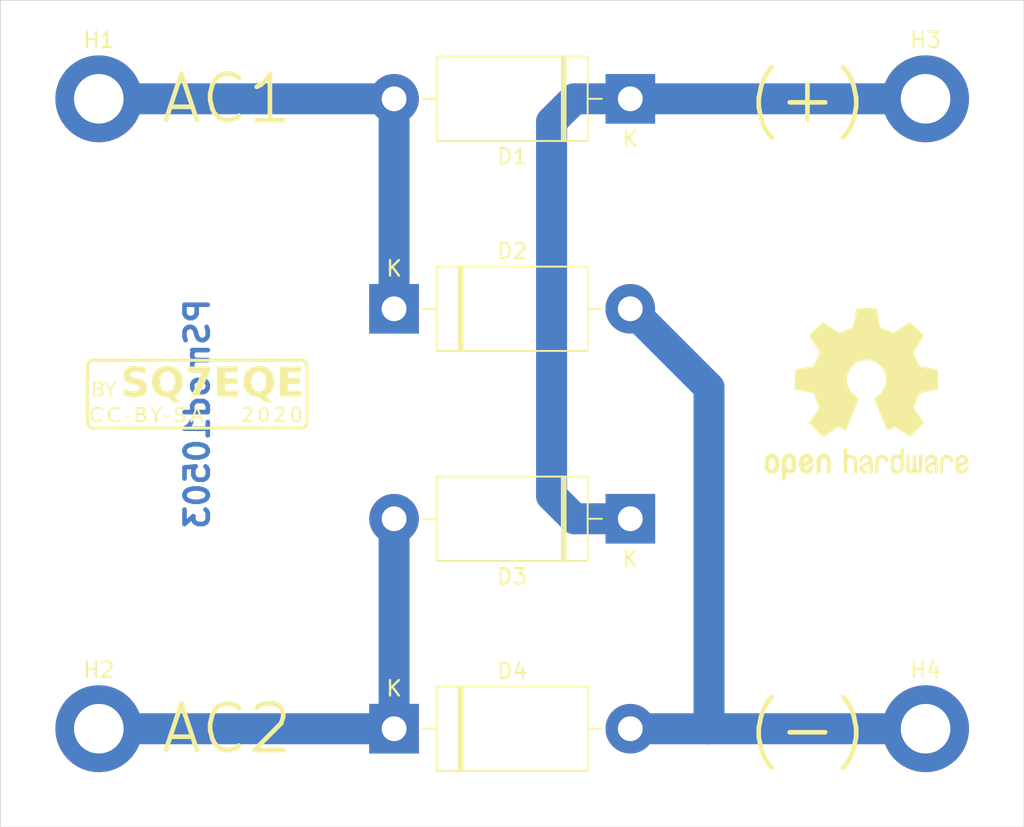
<source format=kicad_pcb>
(kicad_pcb (version 20171130) (host pcbnew 5.1.5+dfsg1-2build2)

  (general
    (thickness 1.6)
    (drawings 13)
    (tracks 14)
    (zones 0)
    (modules 10)
    (nets 5)
  )

  (page A4)
  (title_block
    (title "Prostownik 50V/3A PCB")
    (date 2020-10-29)
    (rev 1.0)
    (company "MSc Paweł Sobótka")
    (comment 1 "CC-BY-SA 4.0")
    (comment 2 "by SQ7EQE")
    (comment 3 PSmod10503)
  )

  (layers
    (0 F.Cu signal)
    (31 B.Cu signal)
    (32 B.Adhes user)
    (33 F.Adhes user)
    (34 B.Paste user)
    (35 F.Paste user)
    (36 B.SilkS user)
    (37 F.SilkS user)
    (38 B.Mask user)
    (39 F.Mask user)
    (40 Dwgs.User user)
    (41 Cmts.User user)
    (42 Eco1.User user)
    (43 Eco2.User user)
    (44 Edge.Cuts user)
    (45 Margin user)
    (46 B.CrtYd user)
    (47 F.CrtYd user)
    (48 B.Fab user)
    (49 F.Fab user)
  )

  (setup
    (last_trace_width 0.25)
    (user_trace_width 2)
    (trace_clearance 0.2)
    (zone_clearance 0.508)
    (zone_45_only no)
    (trace_min 0.2)
    (via_size 0.8)
    (via_drill 0.4)
    (via_min_size 0.4)
    (via_min_drill 0.3)
    (uvia_size 0.3)
    (uvia_drill 0.1)
    (uvias_allowed no)
    (uvia_min_size 0.2)
    (uvia_min_drill 0.1)
    (edge_width 0.05)
    (segment_width 0.2)
    (pcb_text_width 0.3)
    (pcb_text_size 1.5 1.5)
    (mod_edge_width 0.12)
    (mod_text_size 1 1)
    (mod_text_width 0.15)
    (pad_size 1.524 1.524)
    (pad_drill 0.762)
    (pad_to_mask_clearance 0.051)
    (solder_mask_min_width 0.25)
    (aux_axis_origin 0 0)
    (visible_elements FFFFFF7F)
    (pcbplotparams
      (layerselection 0x010fc_ffffffff)
      (usegerberextensions false)
      (usegerberattributes false)
      (usegerberadvancedattributes false)
      (creategerberjobfile false)
      (excludeedgelayer true)
      (linewidth 0.150000)
      (plotframeref false)
      (viasonmask false)
      (mode 1)
      (useauxorigin false)
      (hpglpennumber 1)
      (hpglpenspeed 20)
      (hpglpendiameter 15.000000)
      (psnegative false)
      (psa4output false)
      (plotreference true)
      (plotvalue true)
      (plotinvisibletext false)
      (padsonsilk false)
      (subtractmaskfromsilk false)
      (outputformat 1)
      (mirror false)
      (drillshape 1)
      (scaleselection 1)
      (outputdirectory ""))
  )

  (net 0 "")
  (net 1 "Net-(D1-Pad1)")
  (net 2 "Net-(D1-Pad2)")
  (net 3 "Net-(D2-Pad2)")
  (net 4 "Net-(D3-Pad2)")

  (net_class Default "To jest domyślna klasa połączeń."
    (clearance 0.2)
    (trace_width 0.25)
    (via_dia 0.8)
    (via_drill 0.4)
    (uvia_dia 0.3)
    (uvia_drill 0.1)
    (add_net "Net-(D1-Pad1)")
    (add_net "Net-(D1-Pad2)")
    (add_net "Net-(D2-Pad2)")
    (add_net "Net-(D3-Pad2)")
  )

  (module Symbol:OSHW-Logo2_14.6x12mm_SilkScreen (layer F.Cu) (tedit 0) (tstamp 5F9A6237)
    (at 168.91 87.63)
    (descr "Open Source Hardware Symbol")
    (tags "Logo Symbol OSHW")
    (path /5F9B2DAE)
    (attr virtual)
    (fp_text reference G2 (at 0 0) (layer F.SilkS) hide
      (effects (font (size 1 1) (thickness 0.15)))
    )
    (fp_text value Logo_Open_Hardware_Large (at 0.75 0) (layer F.Fab) hide
      (effects (font (size 1 1) (thickness 0.15)))
    )
    (fp_poly (pts (xy 0.209014 -5.547002) (xy 0.367006 -5.546137) (xy 0.481347 -5.543795) (xy 0.559407 -5.539238)
      (xy 0.608554 -5.53173) (xy 0.636159 -5.520534) (xy 0.649592 -5.504912) (xy 0.656221 -5.484127)
      (xy 0.656865 -5.481437) (xy 0.666935 -5.432887) (xy 0.685575 -5.337095) (xy 0.710845 -5.204257)
      (xy 0.740807 -5.044569) (xy 0.773522 -4.868226) (xy 0.774664 -4.862033) (xy 0.807433 -4.689218)
      (xy 0.838093 -4.536531) (xy 0.864664 -4.413129) (xy 0.885167 -4.328169) (xy 0.897626 -4.29081)
      (xy 0.89822 -4.290148) (xy 0.934919 -4.271905) (xy 1.010586 -4.241503) (xy 1.108878 -4.205507)
      (xy 1.109425 -4.205315) (xy 1.233233 -4.158778) (xy 1.379196 -4.099496) (xy 1.516781 -4.039891)
      (xy 1.523293 -4.036944) (xy 1.74739 -3.935235) (xy 2.243619 -4.274103) (xy 2.395846 -4.377408)
      (xy 2.533741 -4.469763) (xy 2.649315 -4.545916) (xy 2.734579 -4.600615) (xy 2.781544 -4.628607)
      (xy 2.786004 -4.630683) (xy 2.820134 -4.62144) (xy 2.883881 -4.576844) (xy 2.979731 -4.494791)
      (xy 3.110169 -4.373179) (xy 3.243328 -4.243795) (xy 3.371694 -4.116298) (xy 3.486581 -3.999954)
      (xy 3.581073 -3.901948) (xy 3.648253 -3.829464) (xy 3.681206 -3.789687) (xy 3.682432 -3.787639)
      (xy 3.686074 -3.760344) (xy 3.67235 -3.715766) (xy 3.637869 -3.647888) (xy 3.579239 -3.550689)
      (xy 3.49307 -3.418149) (xy 3.3782 -3.247524) (xy 3.276254 -3.097345) (xy 3.185123 -2.96265)
      (xy 3.110073 -2.85126) (xy 3.056369 -2.770995) (xy 3.02928 -2.729675) (xy 3.027574 -2.72687)
      (xy 3.030882 -2.687279) (xy 3.055953 -2.610331) (xy 3.097798 -2.510568) (xy 3.112712 -2.478709)
      (xy 3.177786 -2.336774) (xy 3.247212 -2.175727) (xy 3.303609 -2.036379) (xy 3.344247 -1.932956)
      (xy 3.376526 -1.854358) (xy 3.395178 -1.81328) (xy 3.397497 -1.810115) (xy 3.431803 -1.804872)
      (xy 3.512669 -1.790506) (xy 3.629343 -1.769063) (xy 3.771075 -1.742587) (xy 3.92711 -1.713123)
      (xy 4.086698 -1.682717) (xy 4.239085 -1.653412) (xy 4.373521 -1.627255) (xy 4.479252 -1.60629)
      (xy 4.545526 -1.592561) (xy 4.561782 -1.58868) (xy 4.578573 -1.5791) (xy 4.591249 -1.557464)
      (xy 4.600378 -1.516469) (xy 4.606531 -1.448811) (xy 4.61028 -1.347188) (xy 4.612192 -1.204297)
      (xy 4.61284 -1.012835) (xy 4.612874 -0.934355) (xy 4.612874 -0.296094) (xy 4.459598 -0.26584)
      (xy 4.374322 -0.249436) (xy 4.24707 -0.225491) (xy 4.093315 -0.196893) (xy 3.928534 -0.166533)
      (xy 3.882989 -0.158194) (xy 3.730932 -0.12863) (xy 3.598468 -0.099558) (xy 3.496714 -0.073671)
      (xy 3.436788 -0.053663) (xy 3.426805 -0.047699) (xy 3.402293 -0.005466) (xy 3.367148 0.07637)
      (xy 3.328173 0.181683) (xy 3.320442 0.204368) (xy 3.26936 0.345018) (xy 3.205954 0.503714)
      (xy 3.143904 0.646225) (xy 3.143598 0.646886) (xy 3.040267 0.87044) (xy 3.719961 1.870232)
      (xy 3.283621 2.3073) (xy 3.151649 2.437381) (xy 3.031279 2.552048) (xy 2.929273 2.645181)
      (xy 2.852391 2.710658) (xy 2.807393 2.742357) (xy 2.800938 2.744368) (xy 2.76304 2.728529)
      (xy 2.685708 2.684496) (xy 2.577389 2.61749) (xy 2.446532 2.532734) (xy 2.305052 2.437816)
      (xy 2.161461 2.340998) (xy 2.033435 2.256751) (xy 1.929105 2.190258) (xy 1.8566 2.146702)
      (xy 1.824158 2.131264) (xy 1.784576 2.144328) (xy 1.709519 2.17875) (xy 1.614468 2.22738)
      (xy 1.604392 2.232785) (xy 1.476391 2.29698) (xy 1.388618 2.328463) (xy 1.334028 2.328798)
      (xy 1.305575 2.299548) (xy 1.30541 2.299138) (xy 1.291188 2.264498) (xy 1.257269 2.182269)
      (xy 1.206284 2.058814) (xy 1.140862 1.900498) (xy 1.063634 1.713686) (xy 0.977229 1.504742)
      (xy 0.893551 1.302446) (xy 0.801588 1.0792) (xy 0.71715 0.872392) (xy 0.642769 0.688362)
      (xy 0.580974 0.533451) (xy 0.534297 0.413996) (xy 0.505268 0.336339) (xy 0.496322 0.307356)
      (xy 0.518756 0.27411) (xy 0.577439 0.221123) (xy 0.655689 0.162704) (xy 0.878534 -0.022048)
      (xy 1.052718 -0.233818) (xy 1.176154 -0.468144) (xy 1.246754 -0.720566) (xy 1.262431 -0.986623)
      (xy 1.251036 -1.109425) (xy 1.18895 -1.364207) (xy 1.082023 -1.589199) (xy 0.936889 -1.782183)
      (xy 0.760178 -1.940939) (xy 0.558522 -2.06325) (xy 0.338554 -2.146895) (xy 0.106906 -2.189656)
      (xy -0.129791 -2.189313) (xy -0.364905 -2.143648) (xy -0.591804 -2.050441) (xy -0.803856 -1.907473)
      (xy -0.892364 -1.826617) (xy -1.062111 -1.618993) (xy -1.180301 -1.392105) (xy -1.247722 -1.152567)
      (xy -1.26516 -0.906993) (xy -1.233402 -0.661997) (xy -1.153235 -0.424192) (xy -1.025445 -0.200193)
      (xy -0.85082 0.003387) (xy -0.655688 0.162704) (xy -0.574409 0.223602) (xy -0.516991 0.276015)
      (xy -0.496322 0.307406) (xy -0.507144 0.341639) (xy -0.537923 0.423419) (xy -0.586126 0.546407)
      (xy -0.649222 0.704263) (xy -0.724678 0.890649) (xy -0.809962 1.099226) (xy -0.893781 1.302496)
      (xy -0.986255 1.525933) (xy -1.071911 1.732984) (xy -1.148118 1.917286) (xy -1.212247 2.072475)
      (xy -1.261668 2.192188) (xy -1.293752 2.270061) (xy -1.305641 2.299138) (xy -1.333726 2.328677)
      (xy -1.388051 2.328591) (xy -1.475605 2.297326) (xy -1.603381 2.233329) (xy -1.604392 2.232785)
      (xy -1.700598 2.183121) (xy -1.778369 2.146945) (xy -1.822223 2.131408) (xy -1.824158 2.131264)
      (xy -1.857171 2.147024) (xy -1.930054 2.19085) (xy -2.034678 2.257557) (xy -2.16291 2.341964)
      (xy -2.305052 2.437816) (xy -2.449767 2.534867) (xy -2.580196 2.61927) (xy -2.68789 2.685801)
      (xy -2.764402 2.729238) (xy -2.800938 2.744368) (xy -2.834582 2.724482) (xy -2.902224 2.668903)
      (xy -2.997107 2.583754) (xy -3.11247 2.475153) (xy -3.241555 2.349221) (xy -3.283771 2.307149)
      (xy -3.720261 1.869931) (xy -3.388023 1.38234) (xy -3.287054 1.232605) (xy -3.198438 1.09822)
      (xy -3.127146 0.986969) (xy -3.07815 0.906639) (xy -3.056422 0.865014) (xy -3.055785 0.862053)
      (xy -3.06724 0.822818) (xy -3.098051 0.743895) (xy -3.142884 0.638509) (xy -3.174353 0.567954)
      (xy -3.233192 0.432876) (xy -3.288604 0.296409) (xy -3.331564 0.181103) (xy -3.343234 0.145977)
      (xy -3.376389 0.052174) (xy -3.408799 -0.020306) (xy -3.426601 -0.047699) (xy -3.465886 -0.064464)
      (xy -3.551626 -0.08823) (xy -3.672697 -0.116303) (xy -3.817973 -0.145991) (xy -3.882988 -0.158194)
      (xy -4.048087 -0.188532) (xy -4.206448 -0.217907) (xy -4.342596 -0.243431) (xy -4.441057 -0.262215)
      (xy -4.459598 -0.26584) (xy -4.612873 -0.296094) (xy -4.612873 -0.934355) (xy -4.612529 -1.14423)
      (xy -4.611116 -1.30302) (xy -4.608064 -1.418027) (xy -4.602803 -1.496554) (xy -4.594763 -1.545904)
      (xy -4.583373 -1.573381) (xy -4.568063 -1.586287) (xy -4.561782 -1.58868) (xy -4.523896 -1.597167)
      (xy -4.440195 -1.6141) (xy -4.321433 -1.637434) (xy -4.178361 -1.665125) (xy -4.021732 -1.695127)
      (xy -3.862297 -1.725396) (xy -3.710809 -1.753885) (xy -3.578019 -1.778551) (xy -3.474681 -1.797349)
      (xy -3.411545 -1.808233) (xy -3.397497 -1.810115) (xy -3.38477 -1.835296) (xy -3.3566 -1.902378)
      (xy -3.318252 -1.998667) (xy -3.303609 -2.036379) (xy -3.244548 -2.182079) (xy -3.175 -2.343049)
      (xy -3.112712 -2.478709) (xy -3.066879 -2.582439) (xy -3.036387 -2.667674) (xy -3.026208 -2.719874)
      (xy -3.027831 -2.72687) (xy -3.049343 -2.759898) (xy -3.098465 -2.833357) (xy -3.169923 -2.939423)
      (xy -3.258445 -3.070274) (xy -3.358759 -3.218088) (xy -3.378594 -3.247266) (xy -3.494988 -3.420137)
      (xy -3.580548 -3.551774) (xy -3.638684 -3.648239) (xy -3.672808 -3.715592) (xy -3.686331 -3.759894)
      (xy -3.682664 -3.787206) (xy -3.68257 -3.78738) (xy -3.653707 -3.823254) (xy -3.589867 -3.892609)
      (xy -3.497969 -3.988255) (xy -3.384933 -4.103001) (xy -3.257679 -4.229659) (xy -3.243328 -4.243795)
      (xy -3.082957 -4.399097) (xy -2.959195 -4.51313) (xy -2.869555 -4.587998) (xy -2.811552 -4.625804)
      (xy -2.786004 -4.630683) (xy -2.748718 -4.609397) (xy -2.671343 -4.560227) (xy -2.561867 -4.488425)
      (xy -2.42828 -4.399245) (xy -2.27857 -4.297937) (xy -2.243618 -4.274103) (xy -1.74739 -3.935235)
      (xy -1.523293 -4.036944) (xy -1.387011 -4.096217) (xy -1.240724 -4.15583) (xy -1.114965 -4.20336)
      (xy -1.109425 -4.205315) (xy -1.011057 -4.241323) (xy -0.935229 -4.271771) (xy -0.898282 -4.290095)
      (xy -0.89822 -4.290148) (xy -0.886496 -4.323271) (xy -0.866568 -4.404733) (xy -0.840413 -4.525375)
      (xy -0.81001 -4.676041) (xy -0.777337 -4.847572) (xy -0.774664 -4.862033) (xy -0.74189 -5.038765)
      (xy -0.711802 -5.19919) (xy -0.686339 -5.333112) (xy -0.667441 -5.430337) (xy -0.657047 -5.480668)
      (xy -0.656865 -5.481437) (xy -0.650539 -5.502847) (xy -0.638239 -5.519012) (xy -0.612594 -5.530669)
      (xy -0.566235 -5.538555) (xy -0.491792 -5.543407) (xy -0.381895 -5.545961) (xy -0.229175 -5.546955)
      (xy -0.026262 -5.547126) (xy 0 -5.547126) (xy 0.209014 -5.547002)) (layer F.SilkS) (width 0.01))
    (fp_poly (pts (xy 6.343439 3.95654) (xy 6.45895 4.032034) (xy 6.514664 4.099617) (xy 6.558804 4.222255)
      (xy 6.562309 4.319298) (xy 6.554368 4.449056) (xy 6.255115 4.580039) (xy 6.109611 4.646958)
      (xy 6.014537 4.70079) (xy 5.965101 4.747416) (xy 5.956511 4.79272) (xy 5.983972 4.842582)
      (xy 6.014253 4.875632) (xy 6.102363 4.928633) (xy 6.198196 4.932347) (xy 6.286212 4.891041)
      (xy 6.350869 4.808983) (xy 6.362433 4.780008) (xy 6.417825 4.689509) (xy 6.481553 4.65094)
      (xy 6.568966 4.617946) (xy 6.568966 4.743034) (xy 6.561238 4.828156) (xy 6.530966 4.899938)
      (xy 6.467518 4.982356) (xy 6.458088 4.993066) (xy 6.387513 5.066391) (xy 6.326847 5.105742)
      (xy 6.25095 5.123845) (xy 6.18803 5.129774) (xy 6.075487 5.131251) (xy 5.99537 5.112535)
      (xy 5.94539 5.084747) (xy 5.866838 5.023641) (xy 5.812463 4.957554) (xy 5.778052 4.874441)
      (xy 5.759388 4.762254) (xy 5.752256 4.608946) (xy 5.751687 4.531136) (xy 5.753622 4.437853)
      (xy 5.929899 4.437853) (xy 5.931944 4.487896) (xy 5.937039 4.496092) (xy 5.970666 4.484958)
      (xy 6.04303 4.455493) (xy 6.139747 4.413601) (xy 6.159973 4.404597) (xy 6.282203 4.342442)
      (xy 6.349547 4.287815) (xy 6.364348 4.236649) (xy 6.328947 4.184876) (xy 6.299711 4.162)
      (xy 6.194216 4.11625) (xy 6.095476 4.123808) (xy 6.012812 4.179651) (xy 5.955548 4.278753)
      (xy 5.937188 4.357414) (xy 5.929899 4.437853) (xy 5.753622 4.437853) (xy 5.755459 4.349351)
      (xy 5.769359 4.214853) (xy 5.796894 4.116916) (xy 5.841572 4.044811) (xy 5.906901 3.987813)
      (xy 5.935383 3.969393) (xy 6.064763 3.921422) (xy 6.206412 3.918403) (xy 6.343439 3.95654)) (layer F.SilkS) (width 0.01))
    (fp_poly (pts (xy 5.33569 3.940018) (xy 5.370585 3.955269) (xy 5.453877 4.021235) (xy 5.525103 4.116618)
      (xy 5.569153 4.218406) (xy 5.576322 4.268587) (xy 5.552285 4.338647) (xy 5.499561 4.375717)
      (xy 5.443031 4.398164) (xy 5.417146 4.4023) (xy 5.404542 4.372283) (xy 5.379654 4.306961)
      (xy 5.368735 4.277445) (xy 5.307508 4.175348) (xy 5.218861 4.124423) (xy 5.105193 4.125989)
      (xy 5.096774 4.127994) (xy 5.036088 4.156767) (xy 4.991474 4.212859) (xy 4.961002 4.303163)
      (xy 4.942744 4.434571) (xy 4.934771 4.613974) (xy 4.934023 4.709433) (xy 4.933652 4.859913)
      (xy 4.931223 4.962495) (xy 4.92476 5.027672) (xy 4.912288 5.065938) (xy 4.891833 5.087785)
      (xy 4.861419 5.103707) (xy 4.859661 5.104509) (xy 4.801091 5.129272) (xy 4.772075 5.138391)
      (xy 4.767616 5.110822) (xy 4.763799 5.03462) (xy 4.760899 4.919541) (xy 4.759191 4.775341)
      (xy 4.758851 4.669814) (xy 4.760588 4.465613) (xy 4.767382 4.310697) (xy 4.781607 4.196024)
      (xy 4.805638 4.112551) (xy 4.841848 4.051236) (xy 4.892612 4.003034) (xy 4.942739 3.969393)
      (xy 5.063275 3.924619) (xy 5.203557 3.914521) (xy 5.33569 3.940018)) (layer F.SilkS) (width 0.01))
    (fp_poly (pts (xy 4.314406 3.935156) (xy 4.398469 3.973393) (xy 4.46445 4.019726) (xy 4.512794 4.071532)
      (xy 4.546172 4.138363) (xy 4.567253 4.229769) (xy 4.578707 4.355301) (xy 4.583203 4.524508)
      (xy 4.583678 4.635933) (xy 4.583678 5.070627) (xy 4.509316 5.104509) (xy 4.450746 5.129272)
      (xy 4.42173 5.138391) (xy 4.416179 5.111257) (xy 4.411775 5.038094) (xy 4.409078 4.931263)
      (xy 4.408506 4.846437) (xy 4.406046 4.723887) (xy 4.399412 4.626668) (xy 4.389726 4.567134)
      (xy 4.382032 4.554483) (xy 4.330311 4.567402) (xy 4.249117 4.600539) (xy 4.155102 4.645461)
      (xy 4.064917 4.693735) (xy 3.995215 4.736928) (xy 3.962648 4.766608) (xy 3.962519 4.766929)
      (xy 3.96532 4.821857) (xy 3.990439 4.874292) (xy 4.034541 4.916881) (xy 4.098909 4.931126)
      (xy 4.153921 4.929466) (xy 4.231835 4.928245) (xy 4.272732 4.946498) (xy 4.297295 4.994726)
      (xy 4.300392 5.00382) (xy 4.31104 5.072598) (xy 4.282565 5.11436) (xy 4.208344 5.134263)
      (xy 4.128168 5.137944) (xy 3.98389 5.110658) (xy 3.909203 5.07169) (xy 3.816963 4.980148)
      (xy 3.768043 4.867782) (xy 3.763654 4.749051) (xy 3.805001 4.638411) (xy 3.867197 4.56908)
      (xy 3.929294 4.530265) (xy 4.026895 4.481125) (xy 4.140632 4.431292) (xy 4.15959 4.423677)
      (xy 4.284521 4.368545) (xy 4.356539 4.319954) (xy 4.3797 4.271647) (xy 4.358064 4.21737)
      (xy 4.32092 4.174943) (xy 4.233127 4.122702) (xy 4.13653 4.118784) (xy 4.047944 4.159041)
      (xy 3.984186 4.239326) (xy 3.975817 4.26004) (xy 3.927096 4.336225) (xy 3.855965 4.392785)
      (xy 3.766207 4.439201) (xy 3.766207 4.307584) (xy 3.77149 4.227168) (xy 3.794142 4.163786)
      (xy 3.844367 4.096163) (xy 3.892582 4.044076) (xy 3.967554 3.970322) (xy 4.025806 3.930702)
      (xy 4.088372 3.91481) (xy 4.159193 3.912184) (xy 4.314406 3.935156)) (layer F.SilkS) (width 0.01))
    (fp_poly (pts (xy 3.580124 3.93984) (xy 3.584579 4.016653) (xy 3.588071 4.133391) (xy 3.590315 4.280821)
      (xy 3.591035 4.435455) (xy 3.591035 4.958727) (xy 3.498645 5.051117) (xy 3.434978 5.108047)
      (xy 3.379089 5.131107) (xy 3.302702 5.129647) (xy 3.27238 5.125934) (xy 3.17761 5.115126)
      (xy 3.099222 5.108933) (xy 3.080115 5.108361) (xy 3.015699 5.112102) (xy 2.923571 5.121494)
      (xy 2.88785 5.125934) (xy 2.800114 5.132801) (xy 2.741153 5.117885) (xy 2.68269 5.071835)
      (xy 2.661585 5.051117) (xy 2.569195 4.958727) (xy 2.569195 3.979947) (xy 2.643558 3.946066)
      (xy 2.70759 3.92097) (xy 2.745052 3.912184) (xy 2.754657 3.93995) (xy 2.763635 4.01753)
      (xy 2.771386 4.136348) (xy 2.777314 4.287828) (xy 2.780173 4.415805) (xy 2.788161 4.919425)
      (xy 2.857848 4.929278) (xy 2.921229 4.922389) (xy 2.952286 4.900083) (xy 2.960967 4.858379)
      (xy 2.968378 4.769544) (xy 2.973931 4.644834) (xy 2.977036 4.495507) (xy 2.977484 4.418661)
      (xy 2.977931 3.976287) (xy 3.069874 3.944235) (xy 3.134949 3.922443) (xy 3.170347 3.912281)
      (xy 3.171368 3.912184) (xy 3.17492 3.939809) (xy 3.178823 4.016411) (xy 3.182751 4.132579)
      (xy 3.186376 4.278904) (xy 3.188908 4.415805) (xy 3.196897 4.919425) (xy 3.372069 4.919425)
      (xy 3.380107 4.459965) (xy 3.388146 4.000505) (xy 3.473543 3.956344) (xy 3.536593 3.926019)
      (xy 3.57391 3.912258) (xy 3.574987 3.912184) (xy 3.580124 3.93984)) (layer F.SilkS) (width 0.01))
    (fp_poly (pts (xy 2.393914 4.154455) (xy 2.393543 4.372661) (xy 2.392108 4.540519) (xy 2.389002 4.66607)
      (xy 2.383622 4.757355) (xy 2.375362 4.822415) (xy 2.363616 4.869291) (xy 2.347781 4.906024)
      (xy 2.33579 4.926991) (xy 2.23649 5.040694) (xy 2.110588 5.111965) (xy 1.971291 5.137538)
      (xy 1.831805 5.11415) (xy 1.748743 5.072119) (xy 1.661545 4.999411) (xy 1.602117 4.910612)
      (xy 1.566261 4.79432) (xy 1.549781 4.639135) (xy 1.547447 4.525287) (xy 1.547761 4.517106)
      (xy 1.751724 4.517106) (xy 1.75297 4.647657) (xy 1.758678 4.73408) (xy 1.771804 4.790618)
      (xy 1.795306 4.831514) (xy 1.823386 4.862362) (xy 1.917688 4.921905) (xy 2.01894 4.926992)
      (xy 2.114636 4.877279) (xy 2.122084 4.870543) (xy 2.153874 4.835502) (xy 2.173808 4.793811)
      (xy 2.1846 4.731762) (xy 2.188965 4.635644) (xy 2.189655 4.529379) (xy 2.188159 4.39588)
      (xy 2.181964 4.306822) (xy 2.168514 4.248293) (xy 2.145251 4.206382) (xy 2.126175 4.184123)
      (xy 2.037563 4.127985) (xy 1.935508 4.121235) (xy 1.838095 4.164114) (xy 1.819296 4.180032)
      (xy 1.787293 4.215382) (xy 1.767318 4.257502) (xy 1.756593 4.320251) (xy 1.752339 4.417487)
      (xy 1.751724 4.517106) (xy 1.547761 4.517106) (xy 1.554504 4.341947) (xy 1.578472 4.204195)
      (xy 1.623548 4.100632) (xy 1.693928 4.019856) (xy 1.748743 3.978455) (xy 1.848376 3.933728)
      (xy 1.963855 3.912967) (xy 2.071199 3.918525) (xy 2.131264 3.940943) (xy 2.154835 3.947323)
      (xy 2.170477 3.923535) (xy 2.181395 3.859788) (xy 2.189655 3.762687) (xy 2.198699 3.654541)
      (xy 2.211261 3.589475) (xy 2.234119 3.552268) (xy 2.274051 3.527699) (xy 2.299138 3.516819)
      (xy 2.394023 3.477072) (xy 2.393914 4.154455)) (layer F.SilkS) (width 0.01))
    (fp_poly (pts (xy 1.065943 3.92192) (xy 1.198565 3.970859) (xy 1.30601 4.057419) (xy 1.348032 4.118352)
      (xy 1.393843 4.230161) (xy 1.392891 4.311006) (xy 1.344808 4.365378) (xy 1.327017 4.374624)
      (xy 1.250204 4.40345) (xy 1.210976 4.396065) (xy 1.197689 4.347658) (xy 1.197012 4.32092)
      (xy 1.172686 4.222548) (xy 1.109281 4.153734) (xy 1.021154 4.120498) (xy 0.922663 4.128861)
      (xy 0.842602 4.172296) (xy 0.815561 4.197072) (xy 0.796394 4.227129) (xy 0.783446 4.272565)
      (xy 0.775064 4.343476) (xy 0.769593 4.44996) (xy 0.765378 4.602112) (xy 0.764287 4.650287)
      (xy 0.760307 4.815095) (xy 0.755781 4.931088) (xy 0.748995 5.007833) (xy 0.738231 5.054893)
      (xy 0.721773 5.081835) (xy 0.697906 5.098223) (xy 0.682626 5.105463) (xy 0.617733 5.13022)
      (xy 0.579534 5.138391) (xy 0.566912 5.111103) (xy 0.559208 5.028603) (xy 0.55638 4.889941)
      (xy 0.558386 4.694162) (xy 0.559011 4.663965) (xy 0.563421 4.485349) (xy 0.568635 4.354923)
      (xy 0.576055 4.262492) (xy 0.587082 4.197858) (xy 0.603117 4.150825) (xy 0.625561 4.111196)
      (xy 0.637302 4.094215) (xy 0.704619 4.01908) (xy 0.77991 3.960638) (xy 0.789128 3.955536)
      (xy 0.924133 3.91526) (xy 1.065943 3.92192)) (layer F.SilkS) (width 0.01))
    (fp_poly (pts (xy 0.079944 3.92436) (xy 0.194343 3.966842) (xy 0.195652 3.967658) (xy 0.266403 4.01973)
      (xy 0.318636 4.080584) (xy 0.355371 4.159887) (xy 0.379634 4.267309) (xy 0.394445 4.412517)
      (xy 0.402829 4.605179) (xy 0.403564 4.632628) (xy 0.41412 5.046521) (xy 0.325291 5.092456)
      (xy 0.261018 5.123498) (xy 0.22221 5.138206) (xy 0.220415 5.138391) (xy 0.2137 5.11125)
      (xy 0.208365 5.038041) (xy 0.205083 4.931081) (xy 0.204368 4.844469) (xy 0.204351 4.704162)
      (xy 0.197937 4.616051) (xy 0.17558 4.574025) (xy 0.127732 4.571975) (xy 0.044849 4.60379)
      (xy -0.080287 4.662272) (xy -0.172303 4.710845) (xy -0.219629 4.752986) (xy -0.233542 4.798916)
      (xy -0.233563 4.801189) (xy -0.210605 4.880311) (xy -0.14263 4.923055) (xy -0.038602 4.929246)
      (xy 0.03633 4.928172) (xy 0.075839 4.949753) (xy 0.100478 5.001591) (xy 0.114659 5.067632)
      (xy 0.094223 5.105104) (xy 0.086528 5.110467) (xy 0.014083 5.132006) (xy -0.087367 5.135055)
      (xy -0.191843 5.120778) (xy -0.265875 5.094688) (xy -0.368228 5.007785) (xy -0.426409 4.886816)
      (xy -0.437931 4.792308) (xy -0.429138 4.707062) (xy -0.39732 4.637476) (xy -0.334316 4.575672)
      (xy -0.231969 4.513772) (xy -0.082118 4.443897) (xy -0.072988 4.439948) (xy 0.061997 4.377588)
      (xy 0.145294 4.326446) (xy 0.180997 4.280488) (xy 0.173203 4.233683) (xy 0.126007 4.179998)
      (xy 0.111894 4.167644) (xy 0.017359 4.119741) (xy -0.080594 4.121758) (xy -0.165903 4.168724)
      (xy -0.222504 4.255669) (xy -0.227763 4.272734) (xy -0.278977 4.355504) (xy -0.343963 4.395372)
      (xy -0.437931 4.434882) (xy -0.437931 4.332658) (xy -0.409347 4.184072) (xy -0.324505 4.047784)
      (xy -0.280355 4.002191) (xy -0.179995 3.943674) (xy -0.052365 3.917184) (xy 0.079944 3.92436)) (layer F.SilkS) (width 0.01))
    (fp_poly (pts (xy -1.255402 3.723857) (xy -1.246846 3.843188) (xy -1.237019 3.913506) (xy -1.223401 3.944179)
      (xy -1.203473 3.944571) (xy -1.197011 3.94091) (xy -1.11106 3.914398) (xy -0.999255 3.915946)
      (xy -0.885586 3.943199) (xy -0.81449 3.978455) (xy -0.741595 4.034778) (xy -0.688307 4.098519)
      (xy -0.651725 4.17951) (xy -0.62895 4.287586) (xy -0.617081 4.43258) (xy -0.613218 4.624326)
      (xy -0.613149 4.661109) (xy -0.613103 5.074288) (xy -0.705046 5.106339) (xy -0.770348 5.128144)
      (xy -0.806176 5.138297) (xy -0.80723 5.138391) (xy -0.810758 5.11086) (xy -0.813761 5.034923)
      (xy -0.81601 4.920565) (xy -0.817276 4.777769) (xy -0.817471 4.690951) (xy -0.817877 4.519773)
      (xy -0.819968 4.397088) (xy -0.825053 4.313) (xy -0.83444 4.257614) (xy -0.849439 4.221032)
      (xy -0.871358 4.193359) (xy -0.885043 4.180032) (xy -0.979051 4.126328) (xy -1.081636 4.122307)
      (xy -1.17471 4.167725) (xy -1.191922 4.184123) (xy -1.217168 4.214957) (xy -1.23468 4.251531)
      (xy -1.245858 4.304415) (xy -1.252104 4.384177) (xy -1.254818 4.501385) (xy -1.255402 4.662991)
      (xy -1.255402 5.074288) (xy -1.347345 5.106339) (xy -1.412647 5.128144) (xy -1.448475 5.138297)
      (xy -1.449529 5.138391) (xy -1.452225 5.110448) (xy -1.454655 5.03163) (xy -1.456722 4.909453)
      (xy -1.458329 4.751432) (xy -1.459377 4.565083) (xy -1.459769 4.35792) (xy -1.45977 4.348706)
      (xy -1.45977 3.55902) (xy -1.364885 3.518997) (xy -1.27 3.478973) (xy -1.255402 3.723857)) (layer F.SilkS) (width 0.01))
    (fp_poly (pts (xy -3.684448 3.884676) (xy -3.569342 3.962111) (xy -3.480389 4.073949) (xy -3.427251 4.216265)
      (xy -3.416503 4.321015) (xy -3.417724 4.364726) (xy -3.427944 4.398194) (xy -3.456039 4.428179)
      (xy -3.510884 4.46144) (xy -3.601355 4.504738) (xy -3.736328 4.564833) (xy -3.737011 4.565134)
      (xy -3.861249 4.622037) (xy -3.963127 4.672565) (xy -4.032233 4.71128) (xy -4.058154 4.73274)
      (xy -4.058161 4.732913) (xy -4.035315 4.779644) (xy -3.981891 4.831154) (xy -3.920558 4.868261)
      (xy -3.889485 4.875632) (xy -3.804711 4.850138) (xy -3.731707 4.786291) (xy -3.696087 4.716094)
      (xy -3.66182 4.664343) (xy -3.594697 4.605409) (xy -3.515792 4.554496) (xy -3.446179 4.526809)
      (xy -3.431623 4.525287) (xy -3.415237 4.550321) (xy -3.41425 4.614311) (xy -3.426292 4.700593)
      (xy -3.448993 4.792501) (xy -3.479986 4.873369) (xy -3.481552 4.876509) (xy -3.574819 5.006734)
      (xy -3.695696 5.095311) (xy -3.832973 5.138786) (xy -3.97544 5.133706) (xy -4.111888 5.076616)
      (xy -4.117955 5.072602) (xy -4.22529 4.975326) (xy -4.295868 4.848409) (xy -4.334926 4.681526)
      (xy -4.340168 4.634639) (xy -4.349452 4.413329) (xy -4.338322 4.310124) (xy -4.058161 4.310124)
      (xy -4.054521 4.374503) (xy -4.034611 4.393291) (xy -3.984974 4.379235) (xy -3.906733 4.346009)
      (xy -3.819274 4.304359) (xy -3.817101 4.303256) (xy -3.74297 4.264265) (xy -3.713219 4.238244)
      (xy -3.720555 4.210965) (xy -3.751447 4.175121) (xy -3.83004 4.123251) (xy -3.914677 4.119439)
      (xy -3.990597 4.157189) (xy -4.043035 4.230001) (xy -4.058161 4.310124) (xy -4.338322 4.310124)
      (xy -4.330356 4.236261) (xy -4.281366 4.095829) (xy -4.213164 3.997447) (xy -4.090065 3.89803)
      (xy -3.954472 3.848711) (xy -3.816045 3.845568) (xy -3.684448 3.884676)) (layer F.SilkS) (width 0.01))
    (fp_poly (pts (xy -5.951779 3.866015) (xy -5.814939 3.937968) (xy -5.713949 4.053766) (xy -5.678075 4.128213)
      (xy -5.650161 4.239992) (xy -5.635871 4.381227) (xy -5.634516 4.535371) (xy -5.645405 4.685879)
      (xy -5.667847 4.816205) (xy -5.70115 4.909803) (xy -5.711385 4.925922) (xy -5.832618 5.046249)
      (xy -5.976613 5.118317) (xy -6.132861 5.139408) (xy -6.290852 5.106802) (xy -6.33482 5.087253)
      (xy -6.420444 5.027012) (xy -6.495592 4.947135) (xy -6.502694 4.937004) (xy -6.531561 4.888181)
      (xy -6.550643 4.83599) (xy -6.561916 4.767285) (xy -6.567355 4.668918) (xy -6.568938 4.527744)
      (xy -6.568965 4.496092) (xy -6.568893 4.486019) (xy -6.277011 4.486019) (xy -6.275313 4.619256)
      (xy -6.268628 4.707674) (xy -6.254575 4.764785) (xy -6.230771 4.804102) (xy -6.218621 4.817241)
      (xy -6.148764 4.867172) (xy -6.080941 4.864895) (xy -6.012365 4.821584) (xy -5.971465 4.775346)
      (xy -5.947242 4.707857) (xy -5.933639 4.601433) (xy -5.932706 4.58902) (xy -5.930384 4.396147)
      (xy -5.95465 4.2529) (xy -6.005176 4.16016) (xy -6.081632 4.118807) (xy -6.108924 4.116552)
      (xy -6.180589 4.127893) (xy -6.22961 4.167184) (xy -6.259582 4.242326) (xy -6.274101 4.361222)
      (xy -6.277011 4.486019) (xy -6.568893 4.486019) (xy -6.567878 4.345659) (xy -6.563312 4.240549)
      (xy -6.553312 4.167714) (xy -6.535921 4.114108) (xy -6.509184 4.066681) (xy -6.503276 4.057864)
      (xy -6.403968 3.939007) (xy -6.295758 3.870008) (xy -6.164019 3.842619) (xy -6.119283 3.841281)
      (xy -5.951779 3.866015)) (layer F.SilkS) (width 0.01))
    (fp_poly (pts (xy -2.582571 3.877719) (xy -2.488877 3.931914) (xy -2.423736 3.985707) (xy -2.376093 4.042066)
      (xy -2.343272 4.110987) (xy -2.322594 4.202468) (xy -2.31138 4.326506) (xy -2.306951 4.493098)
      (xy -2.306437 4.612851) (xy -2.306437 5.053659) (xy -2.430517 5.109283) (xy -2.554598 5.164907)
      (xy -2.569195 4.682095) (xy -2.575227 4.501779) (xy -2.581555 4.370901) (xy -2.589394 4.280511)
      (xy -2.599963 4.221664) (xy -2.614477 4.185413) (xy -2.634152 4.16281) (xy -2.640465 4.157917)
      (xy -2.736112 4.119706) (xy -2.832793 4.134827) (xy -2.890345 4.174943) (xy -2.913755 4.20337)
      (xy -2.929961 4.240672) (xy -2.940259 4.297223) (xy -2.945951 4.383394) (xy -2.948336 4.509558)
      (xy -2.948736 4.641042) (xy -2.948814 4.805999) (xy -2.951639 4.922761) (xy -2.961093 5.00151)
      (xy -2.98106 5.052431) (xy -3.015424 5.085706) (xy -3.068068 5.11152) (xy -3.138383 5.138344)
      (xy -3.21518 5.167542) (xy -3.206038 4.649346) (xy -3.202357 4.462539) (xy -3.19805 4.32449)
      (xy -3.191877 4.225568) (xy -3.182598 4.156145) (xy -3.168973 4.10659) (xy -3.149761 4.067273)
      (xy -3.126598 4.032584) (xy -3.014848 3.92177) (xy -2.878487 3.857689) (xy -2.730175 3.842339)
      (xy -2.582571 3.877719)) (layer F.SilkS) (width 0.01))
    (fp_poly (pts (xy -4.8281 3.861903) (xy -4.71655 3.917522) (xy -4.618092 4.019931) (xy -4.590977 4.057864)
      (xy -4.561438 4.1075) (xy -4.542272 4.161412) (xy -4.531307 4.233364) (xy -4.526371 4.337122)
      (xy -4.525287 4.474101) (xy -4.530182 4.661815) (xy -4.547196 4.802758) (xy -4.579823 4.907908)
      (xy -4.631558 4.988243) (xy -4.705896 5.054741) (xy -4.711358 5.058678) (xy -4.78462 5.098953)
      (xy -4.87284 5.11888) (xy -4.985038 5.123793) (xy -5.167433 5.123793) (xy -5.167509 5.300857)
      (xy -5.169207 5.39947) (xy -5.17955 5.457314) (xy -5.206578 5.492006) (xy -5.258332 5.521164)
      (xy -5.270761 5.527121) (xy -5.328923 5.555039) (xy -5.373956 5.572672) (xy -5.407441 5.574194)
      (xy -5.430962 5.553781) (xy -5.4461 5.505607) (xy -5.454437 5.423846) (xy -5.457556 5.302672)
      (xy -5.45704 5.13626) (xy -5.454471 4.918785) (xy -5.453668 4.853736) (xy -5.450778 4.629502)
      (xy -5.448188 4.482821) (xy -5.167586 4.482821) (xy -5.166009 4.607326) (xy -5.159 4.688787)
      (xy -5.143142 4.742515) (xy -5.115019 4.783823) (xy -5.095925 4.803971) (xy -5.017865 4.862921)
      (xy -4.948753 4.86772) (xy -4.87744 4.819038) (xy -4.875632 4.817241) (xy -4.846617 4.779618)
      (xy -4.828967 4.728484) (xy -4.820064 4.649738) (xy -4.817291 4.529276) (xy -4.817241 4.502588)
      (xy -4.823942 4.336583) (xy -4.845752 4.221505) (xy -4.885235 4.151254) (xy -4.944956 4.119729)
      (xy -4.979472 4.116552) (xy -5.061389 4.13146) (xy -5.117579 4.180548) (xy -5.151402 4.270362)
      (xy -5.16622 4.407445) (xy -5.167586 4.482821) (xy -5.448188 4.482821) (xy -5.447713 4.455952)
      (xy -5.443753 4.325382) (xy -5.438174 4.230087) (xy -5.430254 4.162364) (xy -5.419269 4.114507)
      (xy -5.404499 4.078813) (xy -5.385218 4.047578) (xy -5.376951 4.035824) (xy -5.267288 3.924797)
      (xy -5.128635 3.861847) (xy -4.968246 3.844297) (xy -4.8281 3.861903)) (layer F.SilkS) (width 0.01))
  )

  (module logo-sq7eqe:cc-by-sa (layer F.Cu) (tedit 0) (tstamp 5F9A6226)
    (at 125.73 87.63)
    (path /5F9B3336)
    (fp_text reference G1 (at 0 0) (layer F.SilkS) hide
      (effects (font (size 1.524 1.524) (thickness 0.3)))
    )
    (fp_text value CC-BY-SA (at 0.75 0) (layer F.SilkS) hide
      (effects (font (size 1.524 1.524) (thickness 0.3)))
    )
    (fp_poly (pts (xy 6.683375 -1.397) (xy 5.842 -1.397) (xy 5.842 -1.031875) (xy 6.63575 -1.031875)
      (xy 6.63575 -0.66675) (xy 5.842 -0.66675) (xy 5.842 -0.22225) (xy 6.715125 -0.22225)
      (xy 6.715125 0.15875) (xy 5.333754 0.15875) (xy 5.337845 -0.805657) (xy 5.341937 -1.770063)
      (xy 6.683375 -1.778345) (xy 6.683375 -1.397)) (layer F.SilkS) (width 0.01))
    (fp_poly (pts (xy 2.619375 -1.397) (xy 1.778 -1.397) (xy 1.778 -1.031875) (xy 2.57175 -1.031875)
      (xy 2.57175 -0.667305) (xy 2.178843 -0.663059) (xy 1.785937 -0.658813) (xy 1.78152 -0.440532)
      (xy 1.777104 -0.22225) (xy 2.651125 -0.22225) (xy 2.651125 0.15875) (xy 1.285875 0.15875)
      (xy 1.285875 -1.778) (xy 2.619375 -1.778) (xy 2.619375 -1.397)) (layer F.SilkS) (width 0.01))
    (fp_poly (pts (xy 0.8255 -1.481033) (xy 0.453404 -0.66511) (xy 0.081309 0.150812) (xy -0.157783 0.155194)
      (xy -0.240817 0.156049) (xy -0.311325 0.155504) (xy -0.363833 0.153701) (xy -0.392869 0.150786)
      (xy -0.396875 0.148916) (xy -0.390494 0.132828) (xy -0.372165 0.090576) (xy -0.34311 0.024887)
      (xy -0.30455 -0.061512) (xy -0.257708 -0.165896) (xy -0.203804 -0.285537) (xy -0.144061 -0.41771)
      (xy -0.0797 -0.559687) (xy -0.053998 -0.616276) (xy 0.012073 -0.761733) (xy 0.074262 -0.89876)
      (xy 0.131311 -1.02458) (xy 0.181964 -1.136416) (xy 0.224963 -1.231489) (xy 0.259053 -1.307021)
      (xy 0.282975 -1.360236) (xy 0.295473 -1.388355) (xy 0.29695 -1.391842) (xy 0.294239 -1.398059)
      (xy 0.27883 -1.402975) (xy 0.24777 -1.406727) (xy 0.198103 -1.409452) (xy 0.126877 -1.411286)
      (xy 0.031138 -1.412367) (xy -0.09207 -1.412831) (xy -0.157052 -1.412875) (xy -0.619125 -1.412875)
      (xy -0.619125 -1.778) (xy 0.8255 -1.778) (xy 0.8255 -1.481033)) (layer F.SilkS) (width 0.01))
    (fp_poly (pts (xy -5.230603 -0.807809) (xy -5.208576 -0.803272) (xy -5.207 -0.801464) (xy -5.215403 -0.786323)
      (xy -5.238786 -0.749063) (xy -5.274418 -0.693914) (xy -5.319564 -0.625105) (xy -5.371491 -0.546865)
      (xy -5.373688 -0.543572) (xy -5.540375 -0.293843) (xy -5.540375 0.15875) (xy -5.667375 0.15875)
      (xy -5.667375 -0.302646) (xy -5.834063 -0.546581) (xy -5.886641 -0.624062) (xy -5.932406 -0.692528)
      (xy -5.96855 -0.747695) (xy -5.992267 -0.785279) (xy -6.00075 -0.800984) (xy -5.986669 -0.806346)
      (xy -5.951239 -0.80749) (xy -5.933282 -0.80657) (xy -5.906822 -0.803979) (xy -5.885329 -0.797899)
      (xy -5.864783 -0.784294) (xy -5.841163 -0.75913) (xy -5.81045 -0.718372) (xy -5.768623 -0.657985)
      (xy -5.73322 -0.605776) (xy -5.600628 -0.409864) (xy -5.467131 -0.609745) (xy -5.333634 -0.809625)
      (xy -5.270317 -0.809625) (xy -5.230603 -0.807809)) (layer F.SilkS) (width 0.01))
    (fp_poly (pts (xy -6.480969 -0.806715) (xy -6.373205 -0.802568) (xy -6.291718 -0.795803) (xy -6.231058 -0.784911)
      (xy -6.185773 -0.768385) (xy -6.150409 -0.744716) (xy -6.119516 -0.712397) (xy -6.113694 -0.705145)
      (xy -6.079451 -0.640165) (xy -6.0679 -0.567735) (xy -6.077953 -0.496361) (xy -6.108522 -0.434547)
      (xy -6.153559 -0.393594) (xy -6.20932 -0.360695) (xy -6.150344 -0.327191) (xy -6.086407 -0.275748)
      (xy -6.04848 -0.207875) (xy -6.035603 -0.121583) (xy -6.036529 -0.091068) (xy -6.050675 -0.008265)
      (xy -6.083757 0.053613) (xy -6.140474 0.102015) (xy -6.168338 0.117973) (xy -6.197309 0.131076)
      (xy -6.230411 0.140547) (xy -6.273697 0.147144) (xy -6.333222 0.151628) (xy -6.415043 0.154757)
      (xy -6.473032 0.156206) (xy -6.715125 0.161599) (xy -6.715125 -0.301625) (xy -6.588125 -0.301625)
      (xy -6.588125 0.050515) (xy -6.421763 0.045101) (xy -6.346238 0.042089) (xy -6.295238 0.03784)
      (xy -6.261537 0.030722) (xy -6.237912 0.019106) (xy -6.21714 0.001365) (xy -6.213987 -0.001762)
      (xy -6.181102 -0.054216) (xy -6.169725 -0.117162) (xy -6.178255 -0.181601) (xy -6.205094 -0.238533)
      (xy -6.248645 -0.278962) (xy -6.264552 -0.286459) (xy -6.29832 -0.293358) (xy -6.353796 -0.298615)
      (xy -6.420951 -0.301393) (xy -6.446284 -0.301625) (xy -6.588125 -0.301625) (xy -6.715125 -0.301625)
      (xy -6.715125 -0.6985) (xy -6.588125 -0.6985) (xy -6.588125 -0.409775) (xy -6.431004 -0.415232)
      (xy -6.353676 -0.41906) (xy -6.301212 -0.425009) (xy -6.266736 -0.434369) (xy -6.243374 -0.448428)
      (xy -6.240504 -0.45093) (xy -6.216982 -0.49018) (xy -6.206369 -0.545749) (xy -6.210465 -0.604212)
      (xy -6.216987 -0.626352) (xy -6.245598 -0.66103) (xy -6.301106 -0.684257) (xy -6.384677 -0.696391)
      (xy -6.4524 -0.6985) (xy -6.588125 -0.6985) (xy -6.715125 -0.6985) (xy -6.715125 -0.813086)
      (xy -6.480969 -0.806715)) (layer F.SilkS) (width 0.01))
    (fp_poly (pts (xy -3.856768 -1.79492) (xy -3.697368 -1.777273) (xy -3.535998 -1.749854) (xy -3.472657 -1.736304)
      (xy -3.3655 -1.711956) (xy -3.3655 -1.303968) (xy -3.490551 -1.349606) (xy -3.627449 -1.392503)
      (xy -3.765107 -1.42264) (xy -3.897804 -1.439572) (xy -4.01982 -1.442851) (xy -4.125433 -1.432029)
      (xy -4.208923 -1.406661) (xy -4.210597 -1.405875) (xy -4.267552 -1.364213) (xy -4.301901 -1.308664)
      (xy -4.312859 -1.246584) (xy -4.29964 -1.185328) (xy -4.261458 -1.132252) (xy -4.241488 -1.11659)
      (xy -4.199688 -1.095814) (xy -4.139082 -1.074343) (xy -4.072203 -1.056567) (xy -4.066863 -1.055416)
      (xy -3.899498 -1.018362) (xy -3.760475 -0.983585) (xy -3.646574 -0.949929) (xy -3.554573 -0.916238)
      (xy -3.481253 -0.881354) (xy -3.423391 -0.844121) (xy -3.384625 -0.810433) (xy -3.314511 -0.718244)
      (xy -3.268382 -0.607344) (xy -3.247045 -0.480722) (xy -3.251311 -0.341369) (xy -3.253401 -0.325218)
      (xy -3.284785 -0.188755) (xy -3.338378 -0.074408) (xy -3.41502 0.018692) (xy -3.515551 0.091415)
      (xy -3.640811 0.144629) (xy -3.729524 0.16784) (xy -3.785659 0.175867) (xy -3.864358 0.182087)
      (xy -3.956473 0.186296) (xy -4.05286 0.188289) (xy -4.144372 0.187863) (xy -4.221862 0.184813)
      (xy -4.270375 0.179925) (xy -4.348502 0.165574) (xy -4.442739 0.145287) (xy -4.53895 0.122333)
      (xy -4.623002 0.099978) (xy -4.647407 0.092755) (xy -4.746625 0.062224) (xy -4.746625 -0.145212)
      (xy -4.745924 -0.233289) (xy -4.743573 -0.293345) (xy -4.739205 -0.329083) (xy -4.732452 -0.344207)
      (xy -4.726782 -0.344807) (xy -4.704075 -0.335549) (xy -4.659732 -0.317257) (xy -4.601426 -0.293104)
      (xy -4.56882 -0.279563) (xy -4.420469 -0.224763) (xy -4.284205 -0.190067) (xy -4.149603 -0.173191)
      (xy -4.071938 -0.170674) (xy -3.951293 -0.177403) (xy -3.858001 -0.198919) (xy -3.790981 -0.235887)
      (xy -3.749148 -0.288971) (xy -3.73142 -0.358836) (xy -3.730625 -0.380148) (xy -3.737544 -0.442943)
      (xy -3.760113 -0.485932) (xy -3.762836 -0.488963) (xy -3.784128 -0.510106) (xy -3.807511 -0.528099)
      (xy -3.83707 -0.544365) (xy -3.876888 -0.560328) (xy -3.931052 -0.577411) (xy -4.003644 -0.597037)
      (xy -4.09875 -0.620632) (xy -4.220454 -0.649617) (xy -4.230688 -0.652029) (xy -4.386509 -0.697965)
      (xy -4.513679 -0.756253) (xy -4.613284 -0.828127) (xy -4.686411 -0.914819) (xy -4.734148 -1.017562)
      (xy -4.757583 -1.137588) (xy -4.759344 -1.251438) (xy -4.740951 -1.38711) (xy -4.699594 -1.502097)
      (xy -4.633903 -1.598174) (xy -4.542506 -1.677112) (xy -4.424033 -1.740686) (xy -4.362906 -1.764272)
      (xy -4.267267 -1.787471) (xy -4.147306 -1.800194) (xy -4.00861 -1.802619) (xy -3.856768 -1.79492)) (layer F.SilkS) (width 0.01))
    (fp_poly (pts (xy 4.087612 -1.797844) (xy 4.193582 -1.788715) (xy 4.279532 -1.77348) (xy 4.28625 -1.771726)
      (xy 4.451306 -1.712893) (xy 4.593578 -1.631958) (xy 4.71303 -1.528966) (xy 4.809628 -1.403963)
      (xy 4.883335 -1.256993) (xy 4.934118 -1.088103) (xy 4.961941 -0.897336) (xy 4.961973 -0.896938)
      (xy 4.963268 -0.711119) (xy 4.937256 -0.535334) (xy 4.885111 -0.372124) (xy 4.808004 -0.224033)
      (xy 4.70711 -0.093603) (xy 4.583599 0.016624) (xy 4.521234 0.058784) (xy 4.427854 0.116422)
      (xy 4.481065 0.173304) (xy 4.512428 0.207239) (xy 4.558864 0.257989) (xy 4.614192 0.318782)
      (xy 4.672235 0.382843) (xy 4.674156 0.384968) (xy 4.814034 0.53975) (xy 4.336267 0.53975)
      (xy 4.182172 0.367332) (xy 4.028078 0.194915) (xy 3.88332 0.185628) (xy 3.69886 0.160817)
      (xy 3.533275 0.111678) (xy 3.387517 0.038895) (xy 3.262542 -0.05685) (xy 3.159303 -0.174873)
      (xy 3.078754 -0.314491) (xy 3.038058 -0.419457) (xy 3.008383 -0.542476) (xy 2.99071 -0.683876)
      (xy 2.988832 -0.738448) (xy 3.497536 -0.738448) (xy 3.512708 -0.608851) (xy 3.543322 -0.488071)
      (xy 3.589299 -0.381928) (xy 3.650559 -0.296241) (xy 3.670206 -0.276917) (xy 3.76166 -0.214838)
      (xy 3.867457 -0.177492) (xy 3.980891 -0.165842) (xy 4.095255 -0.180853) (xy 4.167187 -0.205482)
      (xy 4.23743 -0.249857) (xy 4.305416 -0.317212) (xy 4.363816 -0.399184) (xy 4.398682 -0.469602)
      (xy 4.413496 -0.510047) (xy 4.423849 -0.548931) (xy 4.430537 -0.593243) (xy 4.434357 -0.649976)
      (xy 4.436107 -0.726122) (xy 4.436544 -0.801688) (xy 4.436283 -0.896989) (xy 4.434482 -0.967746)
      (xy 4.430326 -1.021157) (xy 4.423003 -1.06442) (xy 4.4117 -1.104733) (xy 4.397999 -1.143)
      (xy 4.3411 -1.254465) (xy 4.265067 -1.341164) (xy 4.171679 -1.401944) (xy 4.062713 -1.435649)
      (xy 3.939948 -1.441126) (xy 3.938845 -1.441048) (xy 3.82513 -1.420804) (xy 3.729674 -1.37654)
      (xy 3.656078 -1.315048) (xy 3.592852 -1.228642) (xy 3.545464 -1.12196) (xy 3.513835 -1.000822)
      (xy 3.497885 -0.871045) (xy 3.497536 -0.738448) (xy 2.988832 -0.738448) (xy 2.985596 -0.832424)
      (xy 2.993597 -0.976888) (xy 3.00616 -1.063625) (xy 3.052575 -1.230696) (xy 3.124735 -1.379817)
      (xy 3.221206 -1.509448) (xy 3.340552 -1.61805) (xy 3.481338 -1.704082) (xy 3.642129 -1.766004)
      (xy 3.667125 -1.772917) (xy 3.751378 -1.788405) (xy 3.85633 -1.797709) (xy 3.971802 -1.800849)
      (xy 4.087612 -1.797844)) (layer F.SilkS) (width 0.01))
    (fp_poly (pts (xy -1.755001 -1.792265) (xy -1.604178 -1.767851) (xy -1.471404 -1.724952) (xy -1.351736 -1.661875)
      (xy -1.240232 -1.576926) (xy -1.217136 -1.555911) (xy -1.111612 -1.435933) (xy -1.031148 -1.2968)
      (xy -0.975693 -1.138365) (xy -0.945199 -0.960481) (xy -0.939613 -0.762999) (xy -0.940211 -0.747054)
      (xy -0.945877 -0.651672) (xy -0.955098 -0.575891) (xy -0.969945 -0.507594) (xy -0.992493 -0.434665)
      (xy -0.99481 -0.427924) (xy -1.062259 -0.273534) (xy -1.15007 -0.139003) (xy -1.255903 -0.027244)
      (xy -1.377417 0.058828) (xy -1.392047 0.066818) (xy -1.431782 0.090169) (xy -1.45648 0.109055)
      (xy -1.4605 0.115281) (xy -1.450405 0.130788) (xy -1.422647 0.165194) (xy -1.381019 0.213996)
      (xy -1.329317 0.272689) (xy -1.306715 0.29787) (xy -1.248911 0.361986) (xy -1.196332 0.420402)
      (xy -1.15382 0.46773) (xy -1.12622 0.498582) (xy -1.121385 0.504031) (xy -1.089841 0.53975)
      (xy -1.326765 0.539718) (xy -1.563688 0.539687) (xy -1.717467 0.367554) (xy -1.871245 0.19542)
      (xy -2.019092 0.185187) (xy -2.191282 0.163535) (xy -2.341209 0.122919) (xy -2.473361 0.061471)
      (xy -2.592229 -0.022674) (xy -2.652384 -0.078117) (xy -2.746756 -0.188402) (xy -2.818713 -0.309851)
      (xy -2.87003 -0.446873) (xy -2.902482 -0.603874) (xy -2.915068 -0.73025) (xy -2.914676 -0.809625)
      (xy -2.388706 -0.809625) (xy -2.387194 -0.687929) (xy -2.381223 -0.591604) (xy -2.369441 -0.514424)
      (xy -2.350495 -0.450162) (xy -2.323034 -0.392592) (xy -2.285775 -0.335583) (xy -2.211607 -0.25902)
      (xy -2.119422 -0.204893) (xy -2.014775 -0.174374) (xy -1.903225 -0.168632) (xy -1.790329 -0.188837)
      (xy -1.719198 -0.216277) (xy -1.663933 -0.248129) (xy -1.614047 -0.286013) (xy -1.593629 -0.306405)
      (xy -1.532046 -0.400994) (xy -1.48729 -0.515074) (xy -1.459275 -0.642492) (xy -1.44791 -0.777093)
      (xy -1.453107 -0.912723) (xy -1.474777 -1.043227) (xy -1.512831 -1.162452) (xy -1.56718 -1.264242)
      (xy -1.608204 -1.315048) (xy -1.691337 -1.38252) (xy -1.788532 -1.424099) (xy -1.890971 -1.441048)
      (xy -2.013447 -1.435427) (xy -2.123418 -1.401255) (xy -2.21839 -1.34011) (xy -2.295869 -1.253572)
      (xy -2.350713 -1.15) (xy -2.365335 -1.110276) (xy -2.375632 -1.072251) (xy -2.382362 -1.029137)
      (xy -2.386281 -0.974147) (xy -2.388148 -0.900493) (xy -2.388706 -0.809625) (xy -2.914676 -0.809625)
      (xy -2.914145 -0.916702) (xy -2.887781 -1.091387) (xy -2.837149 -1.251888) (xy -2.763418 -1.395787)
      (xy -2.667759 -1.520666) (xy -2.551344 -1.624107) (xy -2.45264 -1.685367) (xy -2.354133 -1.732201)
      (xy -2.260559 -1.765058) (xy -2.162716 -1.78595) (xy -2.051402 -1.796888) (xy -1.928813 -1.799889)
      (xy -1.755001 -1.792265)) (layer F.SilkS) (width 0.01))
    (fp_poly (pts (xy -1.801813 1.389062) (xy -1.796838 1.440656) (xy -1.791864 1.49225) (xy -2.143125 1.49225)
      (xy -2.143125 1.38005) (xy -1.801813 1.389062)) (layer F.SilkS) (width 0.01))
    (fp_poly (pts (xy -4.318 1.49225) (xy -4.669262 1.49225) (xy -4.664288 1.440656) (xy -4.659313 1.389062)
      (xy -4.488657 1.384556) (xy -4.318 1.38005) (xy -4.318 1.49225)) (layer F.SilkS) (width 0.01))
    (fp_poly (pts (xy 5.414518 0.840332) (xy 5.491743 0.868822) (xy 5.505684 0.877232) (xy 5.568258 0.936395)
      (xy 5.606721 1.01167) (xy 5.619643 1.096952) (xy 5.605596 1.186137) (xy 5.588219 1.229858)
      (xy 5.566808 1.262981) (xy 5.527515 1.313402) (xy 5.474772 1.37583) (xy 5.413009 1.444976)
      (xy 5.364628 1.496808) (xy 5.172567 1.698625) (xy 5.61975 1.698625) (xy 5.61975 1.80975)
      (xy 5.0165 1.80975) (xy 5.0165 1.751789) (xy 5.018193 1.729512) (xy 5.025265 1.707218)
      (xy 5.040707 1.681003) (xy 5.067508 1.646966) (xy 5.108658 1.601206) (xy 5.167146 1.53982)
      (xy 5.222692 1.482714) (xy 5.314782 1.386252) (xy 5.384938 1.307152) (xy 5.435308 1.242087)
      (xy 5.468044 1.187729) (xy 5.485294 1.140753) (xy 5.489209 1.097831) (xy 5.486428 1.074593)
      (xy 5.460282 1.010519) (xy 5.411693 0.965715) (xy 5.344122 0.941093) (xy 5.261031 0.937566)
      (xy 5.165882 0.956045) (xy 5.110558 0.975556) (xy 5.014748 1.014487) (xy 5.019592 0.94834)
      (xy 5.023444 0.911963) (xy 5.033199 0.889602) (xy 5.056207 0.874231) (xy 5.099815 0.858821)
      (xy 5.119687 0.85262) (xy 5.219299 0.831645) (xy 5.32064 0.827745) (xy 5.414518 0.840332)) (layer F.SilkS) (width 0.01))
    (fp_poly (pts (xy 3.347706 0.845727) (xy 3.42663 0.883406) (xy 3.48688 0.938552) (xy 3.525132 1.009439)
      (xy 3.538062 1.094345) (xy 3.537027 1.116638) (xy 3.530481 1.161287) (xy 3.516779 1.20444)
      (xy 3.493196 1.250103) (xy 3.457008 1.302283) (xy 3.405491 1.364985) (xy 3.335919 1.442214)
      (xy 3.262691 1.520031) (xy 3.092637 1.698625) (xy 3.540125 1.698625) (xy 3.540125 1.80975)
      (xy 2.936875 1.80975) (xy 2.936875 1.752386) (xy 2.938666 1.730158) (xy 2.946021 1.707618)
      (xy 2.961911 1.680856) (xy 2.989309 1.645961) (xy 3.031186 1.599023) (xy 3.090514 1.536133)
      (xy 3.141566 1.483063) (xy 3.216753 1.403127) (xy 3.282473 1.329216) (xy 3.334947 1.265814)
      (xy 3.370393 1.217405) (xy 3.38136 1.198592) (xy 3.406556 1.121009) (xy 3.401808 1.053537)
      (xy 3.367 0.995405) (xy 3.347867 0.977269) (xy 3.287194 0.945957) (xy 3.208406 0.935738)
      (xy 3.117148 0.946647) (xy 3.027313 0.975259) (xy 2.935189 1.01314) (xy 2.94 0.947579)
      (xy 2.944194 0.910208) (xy 2.954975 0.887729) (xy 2.980081 0.872345) (xy 3.027252 0.856253)
      (xy 3.032125 0.854729) (xy 3.147129 0.829664) (xy 3.253431 0.827238) (xy 3.347706 0.845727)) (layer F.SilkS) (width 0.01))
    (fp_poly (pts (xy 0.23433 1.313284) (xy 0.277953 1.428996) (xy 0.317716 1.535189) (xy 0.352277 1.628225)
      (xy 0.380296 1.704465) (xy 0.40043 1.76027) (xy 0.41134 1.792001) (xy 0.412924 1.797843)
      (xy 0.39873 1.805359) (xy 0.363563 1.809481) (xy 0.35039 1.80975) (xy 0.314843 1.808212)
      (xy 0.292716 1.798823) (xy 0.276176 1.774422) (xy 0.257388 1.727844) (xy 0.255605 1.723084)
      (xy 0.235743 1.667716) (xy 0.219504 1.618451) (xy 0.213056 1.596084) (xy 0.202933 1.55575)
      (xy -0.2355 1.55575) (xy -0.263198 1.631156) (xy -0.290899 1.706355) (xy -0.31093 1.756825)
      (xy -0.326979 1.787483) (xy -0.342736 1.803249) (xy -0.361888 1.809042) (xy -0.388126 1.809779)
      (xy -0.397135 1.80975) (xy -0.438268 1.807697) (xy -0.454663 1.799281) (xy -0.453476 1.781968)
      (xy -0.445713 1.760597) (xy -0.428087 1.713463) (xy -0.402071 1.64446) (xy -0.369138 1.557482)
      (xy -0.33076 1.456424) (xy -0.32232 1.434254) (xy -0.1905 1.434254) (xy -0.1757 1.438439)
      (xy -0.13559 1.441816) (xy -0.076608 1.443998) (xy -0.017521 1.444625) (xy 0.155458 1.444625)
      (xy 0.075361 1.226343) (xy 0.046277 1.148194) (xy 0.020388 1.080687) (xy -0.00009 1.029455)
      (xy -0.012936 1.000129) (xy -0.015499 0.995725) (xy -0.023472 1.006291) (xy -0.039988 1.040541)
      (xy -0.06261 1.092369) (xy -0.0889 1.155669) (xy -0.116423 1.224333) (xy -0.142741 1.292254)
      (xy -0.165416 1.353327) (xy -0.182013 1.401445) (xy -0.190095 1.430501) (xy -0.1905 1.434254)
      (xy -0.32232 1.434254) (xy -0.28841 1.34518) (xy -0.27185 1.30175) (xy -0.099264 0.849312)
      (xy -0.021851 0.844972) (xy 0.055562 0.840631) (xy 0.23433 1.313284)) (layer F.SilkS) (width 0.01))
    (fp_poly (pts (xy -2.794 1.031875) (xy -2.747908 1.099519) (xy -2.707577 1.156545) (xy -2.676434 1.19827)
      (xy -2.657905 1.220016) (xy -2.654781 1.222071) (xy -2.642382 1.209406) (xy -2.616177 1.174801)
      (xy -2.579569 1.122996) (xy -2.535963 1.058731) (xy -2.517965 1.031571) (xy -2.392741 0.841375)
      (xy -2.253742 0.841375) (xy -2.416715 1.083468) (xy -2.579688 1.325562) (xy -2.587625 1.563687)
      (xy -2.595563 1.801812) (xy -2.651693 1.806536) (xy -2.692147 1.80677) (xy -2.717575 1.80114)
      (xy -2.719162 1.799922) (xy -2.723201 1.78078) (xy -2.726606 1.735861) (xy -2.729094 1.671135)
      (xy -2.730383 1.592574) (xy -2.7305 1.559589) (xy -2.7305 1.330595) (xy -2.89793 1.085985)
      (xy -3.065359 0.841375) (xy -2.921627 0.841375) (xy -2.794 1.031875)) (layer F.SilkS) (width 0.01))
    (fp_poly (pts (xy -3.726657 0.843918) (xy -3.616147 0.847631) (xy -3.532374 0.854378) (xy -3.470349 0.865962)
      (xy -3.425081 0.884185) (xy -3.391583 0.91085) (xy -3.364864 0.94776) (xy -3.347377 0.980957)
      (xy -3.325053 1.05749) (xy -3.328948 1.133015) (xy -3.357006 1.20026) (xy -3.40717 1.251953)
      (xy -3.427423 1.263955) (xy -3.448028 1.276116) (xy -3.448253 1.287005) (xy -3.425192 1.303596)
      (xy -3.406192 1.314928) (xy -3.342198 1.365081) (xy -3.304168 1.427201) (xy -3.28951 1.506566)
      (xy -3.289967 1.551505) (xy -3.295755 1.611799) (xy -3.307676 1.652706) (xy -3.330072 1.686538)
      (xy -3.342423 1.700304) (xy -3.379207 1.735129) (xy -3.418443 1.760997) (xy -3.46579 1.779436)
      (xy -3.526905 1.791976) (xy -3.607445 1.800144) (xy -3.713068 1.805468) (xy -3.734594 1.806222)
      (xy -3.96875 1.814064) (xy -3.96875 1.349375) (xy -3.84175 1.349375) (xy -3.84175 1.698625)
      (xy -3.706303 1.698625) (xy -3.625761 1.695576) (xy -3.55832 1.687205) (xy -3.517081 1.676156)
      (xy -3.463223 1.640804) (xy -3.433203 1.587777) (xy -3.424671 1.520031) (xy -3.435805 1.445055)
      (xy -3.468304 1.390966) (xy -3.502929 1.367003) (xy -3.535618 1.359206) (xy -3.59055 1.353174)
      (xy -3.658232 1.349794) (xy -3.691685 1.349375) (xy -3.84175 1.349375) (xy -3.96875 1.349375)
      (xy -3.96875 0.9525) (xy -3.84175 0.9525) (xy -3.84175 1.23825) (xy -3.717119 1.23825)
      (xy -3.649808 1.236001) (xy -3.588417 1.230073) (xy -3.545197 1.221695) (xy -3.542159 1.220705)
      (xy -3.495682 1.195365) (xy -3.469925 1.155363) (xy -3.460906 1.093899) (xy -3.46075 1.081695)
      (xy -3.466646 1.031894) (xy -3.488623 0.997532) (xy -3.502579 0.985402) (xy -3.52756 0.969404)
      (xy -3.558176 0.95951) (xy -3.602324 0.954357) (xy -3.667903 0.952579) (xy -3.693079 0.9525)
      (xy -3.84175 0.9525) (xy -3.96875 0.9525) (xy -3.96875 0.838525) (xy -3.726657 0.843918)) (layer F.SilkS) (width 0.01))
    (fp_poly (pts (xy 6.457557 0.833937) (xy 6.538086 0.865471) (xy 6.603233 0.924142) (xy 6.639368 0.979129)
      (xy 6.678784 1.077808) (xy 6.702959 1.195343) (xy 6.7115 1.322527) (xy 6.704014 1.450153)
      (xy 6.68011 1.569012) (xy 6.666303 1.610866) (xy 6.617376 1.701305) (xy 6.549273 1.768067)
      (xy 6.465954 1.809156) (xy 6.371378 1.822578) (xy 6.275025 1.807976) (xy 6.216922 1.777728)
      (xy 6.159984 1.725118) (xy 6.112231 1.658787) (xy 6.087525 1.605959) (xy 6.07041 1.537508)
      (xy 6.058321 1.448505) (xy 6.053045 1.368715) (xy 6.179689 1.368715) (xy 6.188037 1.469951)
      (xy 6.2065 1.557789) (xy 6.216258 1.58586) (xy 6.242165 1.63488) (xy 6.27406 1.675469)
      (xy 6.282545 1.683047) (xy 6.338873 1.70905) (xy 6.404161 1.712537) (xy 6.465017 1.693541)
      (xy 6.481587 1.682548) (xy 6.524367 1.629628) (xy 6.554732 1.548585) (xy 6.57235 1.440661)
      (xy 6.577051 1.325562) (xy 6.573147 1.210691) (xy 6.561325 1.121369) (xy 6.540336 1.052104)
      (xy 6.508933 0.997404) (xy 6.499965 0.986138) (xy 6.445025 0.942072) (xy 6.382776 0.925686)
      (xy 6.320437 0.93643) (xy 6.265227 0.973752) (xy 6.24017 1.005966) (xy 6.211695 1.072706)
      (xy 6.191881 1.161283) (xy 6.181091 1.262889) (xy 6.179689 1.368715) (xy 6.053045 1.368715)
      (xy 6.051796 1.349832) (xy 6.051373 1.252369) (xy 6.057593 1.166997) (xy 6.063935 1.129609)
      (xy 6.097699 1.01755) (xy 6.144056 0.933366) (xy 6.205031 0.874991) (xy 6.282647 0.84036)
      (xy 6.359318 0.828283) (xy 6.457557 0.833937)) (layer F.SilkS) (width 0.01))
    (fp_poly (pts (xy 4.374985 0.834127) (xy 4.454852 0.86409) (xy 4.51878 0.920366) (xy 4.560444 0.985472)
      (xy 4.600661 1.088937) (xy 4.624414 1.204651) (xy 4.632148 1.325807) (xy 4.624308 1.445594)
      (xy 4.60134 1.557204) (xy 4.563688 1.653827) (xy 4.511863 1.728586) (xy 4.434706 1.788269)
      (xy 4.346135 1.818748) (xy 4.248478 1.819441) (xy 4.19507 1.80789) (xy 4.124405 1.771377)
      (xy 4.06385 1.707188) (xy 4.016026 1.6185) (xy 3.998978 1.570201) (xy 3.977309 1.46807)
      (xy 3.971227 1.391767) (xy 4.098558 1.391767) (xy 4.112178 1.507525) (xy 4.140751 1.598818)
      (xy 4.183768 1.664486) (xy 4.240722 1.703367) (xy 4.302105 1.7145) (xy 4.354126 1.708749)
      (xy 4.39311 1.686557) (xy 4.412816 1.667338) (xy 4.444097 1.622032) (xy 4.46995 1.564704)
      (xy 4.476146 1.544307) (xy 4.486442 1.482384) (xy 4.49261 1.400895) (xy 4.494615 1.310418)
      (xy 4.492425 1.221533) (xy 4.486008 1.144819) (xy 4.477529 1.098269) (xy 4.444943 1.020537)
      (xy 4.398359 0.965252) (xy 4.34291 0.933276) (xy 4.283729 0.925472) (xy 4.225949 0.942702)
      (xy 4.174704 0.985829) (xy 4.140903 1.041702) (xy 4.120344 1.10756) (xy 4.105578 1.195548)
      (xy 4.100398 1.252708) (xy 4.098558 1.391767) (xy 3.971227 1.391767) (xy 3.968141 1.353063)
      (xy 3.971103 1.235281) (xy 3.985826 1.124827) (xy 4.011938 1.031804) (xy 4.019349 1.014301)
      (xy 4.069585 0.928873) (xy 4.13103 0.871368) (xy 4.207908 0.838734) (xy 4.276249 0.828862)
      (xy 4.374985 0.834127)) (layer F.SilkS) (width 0.01))
    (fp_poly (pts (xy -1.038823 0.829878) (xy -0.957797 0.836938) (xy -0.912813 0.8457) (xy -0.866226 0.859585)
      (xy -0.842106 0.874338) (xy -0.832139 0.898594) (xy -0.828578 0.933171) (xy -0.823718 0.999249)
      (xy -0.883034 0.974465) (xy -0.974079 0.945607) (xy -1.065838 0.932668) (xy -1.151461 0.93529)
      (xy -1.2241 0.953112) (xy -1.276906 0.985775) (xy -1.285734 0.995613) (xy -1.311349 1.048315)
      (xy -1.315874 1.106466) (xy -1.299241 1.157956) (xy -1.286713 1.173912) (xy -1.251728 1.197267)
      (xy -1.202516 1.217499) (xy -1.187494 1.221737) (xy -1.088927 1.246421) (xy -1.01586 1.265834)
      (xy -0.962902 1.28204) (xy -0.92466 1.297101) (xy -0.895743 1.31308) (xy -0.870759 1.33204)
      (xy -0.849753 1.350953) (xy -0.785813 1.410596) (xy -0.785813 1.669153) (xy -0.850652 1.729634)
      (xy -0.92385 1.778596) (xy -1.016265 1.811191) (xy -1.118824 1.825463) (xy -1.222455 1.819457)
      (xy -1.246188 1.814846) (xy -1.279331 1.806605) (xy -1.329215 1.793324) (xy -1.361282 1.784494)
      (xy -1.409093 1.770141) (xy -1.433875 1.756268) (xy -1.443196 1.734884) (xy -1.444625 1.697995)
      (xy -1.444625 1.696483) (xy -1.442769 1.656001) (xy -1.434875 1.640553) (xy -1.417457 1.643523)
      (xy -1.416844 1.643787) (xy -1.303537 1.684745) (xy -1.198755 1.706931) (xy -1.105522 1.711113)
      (xy -1.02686 1.698061) (xy -0.965791 1.668542) (xy -0.925337 1.623325) (xy -0.90852 1.563179)
      (xy -0.91189 1.5154) (xy -0.930649 1.466466) (xy -0.968895 1.428201) (xy -1.030627 1.3979)
      (xy -1.119848 1.372859) (xy -1.124222 1.37189) (xy -1.240497 1.340509) (xy -1.327919 1.302689)
      (xy -1.38911 1.256178) (xy -1.42669 1.198722) (xy -1.443279 1.128068) (xy -1.444625 1.096434)
      (xy -1.431661 1.005488) (xy -1.392327 0.931883) (xy -1.333221 0.878993) (xy -1.295087 0.856564)
      (xy -1.256939 0.842585) (xy -1.208621 0.834598) (xy -1.139976 0.830146) (xy -1.129565 0.829719)
      (xy -1.038823 0.829878)) (layer F.SilkS) (width 0.01))
    (fp_poly (pts (xy -5.173998 0.84017) (xy -5.082126 0.866906) (xy -5.076032 0.86954) (xy -5.031733 0.890929)
      (xy -5.009394 0.910168) (xy -5.001529 0.936982) (xy -5.000625 0.967482) (xy -5.002211 1.007594)
      (xy -5.006176 1.030105) (xy -5.007858 1.031875) (xy -5.024199 1.023763) (xy -5.056875 1.003332)
      (xy -5.072955 0.992607) (xy -5.132767 0.96006) (xy -5.199007 0.942162) (xy -5.28083 0.937092)
      (xy -5.340361 0.939396) (xy -5.436143 0.957378) (xy -5.51227 0.999269) (xy -5.57237 1.067392)
      (xy -5.591562 1.100263) (xy -5.609119 1.139612) (xy -5.619878 1.182303) (xy -5.625369 1.237696)
      (xy -5.627124 1.315154) (xy -5.627134 1.317625) (xy -5.626121 1.394999) (xy -5.621323 1.450696)
      (xy -5.611108 1.494713) (xy -5.593844 1.537051) (xy -5.590046 1.544891) (xy -5.536165 1.621225)
      (xy -5.463499 1.675457) (xy -5.376865 1.706718) (xy -5.281085 1.714141) (xy -5.180975 1.696856)
      (xy -5.081357 1.653996) (xy -5.059202 1.640545) (xy -4.998716 1.60166) (xy -5.00364 1.669986)
      (xy -5.008951 1.711716) (xy -5.022586 1.737992) (xy -5.052557 1.759525) (xy -5.082059 1.774794)
      (xy -5.155339 1.800234) (xy -5.245496 1.81582) (xy -5.338815 1.820208) (xy -5.421584 1.812052)
      (xy -5.433735 1.809292) (xy -5.541906 1.767449) (xy -5.630712 1.700894) (xy -5.701246 1.60869)
      (xy -5.728047 1.556987) (xy -5.756039 1.467758) (xy -5.769276 1.361863) (xy -5.767449 1.25091)
      (xy -5.750243 1.146508) (xy -5.740023 1.112176) (xy -5.69344 1.020179) (xy -5.623882 0.939176)
      (xy -5.539087 0.876919) (xy -5.477959 0.849672) (xy -5.385558 0.830879) (xy -5.27969 0.827936)
      (xy -5.173998 0.84017)) (layer F.SilkS) (width 0.01))
    (fp_poly (pts (xy -6.352673 0.834671) (xy -6.297532 0.839536) (xy -6.253819 0.849781) (xy -6.211403 0.867151)
      (xy -6.199188 0.873125) (xy -6.153414 0.897792) (xy -6.129055 0.919218) (xy -6.118511 0.947058)
      (xy -6.114936 0.98019) (xy -6.110059 1.047567) (xy -6.192907 0.996066) (xy -6.242716 0.967959)
      (xy -6.287984 0.951371) (xy -6.341772 0.942667) (xy -6.397746 0.939025) (xy -6.502341 0.942805)
      (xy -6.584959 0.966013) (xy -6.650066 1.010498) (xy -6.691225 1.060645) (xy -6.731686 1.146055)
      (xy -6.753347 1.245634) (xy -6.756632 1.351082) (xy -6.741967 1.454096) (xy -6.709775 1.546375)
      (xy -6.662774 1.617158) (xy -6.592276 1.671569) (xy -6.505636 1.7037) (xy -6.409687 1.713185)
      (xy -6.311264 1.699657) (xy -6.217199 1.662748) (xy -6.184489 1.642835) (xy -6.147788 1.618938)
      (xy -6.123377 1.604915) (xy -6.119108 1.603375) (xy -6.114602 1.617486) (xy -6.112074 1.652789)
      (xy -6.111875 1.667753) (xy -6.113489 1.704396) (xy -6.122942 1.727958) (xy -6.147153 1.746802)
      (xy -6.193041 1.769288) (xy -6.197634 1.771392) (xy -6.283389 1.800026) (xy -6.382041 1.816617)
      (xy -6.478996 1.819447) (xy -6.5405 1.811796) (xy -6.644769 1.774333) (xy -6.736586 1.712704)
      (xy -6.81019 1.632095) (xy -6.85982 1.53769) (xy -6.866012 1.5188) (xy -6.883537 1.429847)
      (xy -6.889602 1.328431) (xy -6.884416 1.227079) (xy -6.86819 1.138314) (xy -6.859169 1.110482)
      (xy -6.814068 1.016446) (xy -6.756238 0.945156) (xy -6.678501 0.888093) (xy -6.665441 0.880655)
      (xy -6.621883 0.858117) (xy -6.583776 0.844139) (xy -6.541073 0.836713) (xy -6.48373 0.833829)
      (xy -6.429375 0.833437) (xy -6.352673 0.834671)) (layer F.SilkS) (width 0.01))
    (fp_poly (pts (xy 6.918328 -2.221579) (xy 7.004848 -2.169067) (xy 7.070501 -2.105317) (xy 7.123874 -2.021369)
      (xy 7.13812 -1.992313) (xy 7.175189 -1.912938) (xy 7.175189 1.928812) (xy 7.13812 2.008187)
      (xy 7.086683 2.099579) (xy 7.02543 2.168204) (xy 6.945771 2.223023) (xy 6.918328 2.237453)
      (xy 6.821178 2.286) (xy -6.821179 2.286) (xy -6.918329 2.237453) (xy -7.004849 2.184941)
      (xy -7.070502 2.121191) (xy -7.123875 2.037243) (xy -7.138121 2.008187) (xy -7.17519 1.928812)
      (xy -7.17519 0.838471) (xy -6.998817 0.838471) (xy -6.99865 1.033975) (xy -6.998319 1.213267)
      (xy -6.997829 1.374238) (xy -6.997187 1.514781) (xy -6.996397 1.632787) (xy -6.995465 1.726147)
      (xy -6.994397 1.792755) (xy -6.993198 1.830501) (xy -6.992723 1.83673) (xy -6.967832 1.929836)
      (xy -6.919429 2.007544) (xy -6.851566 2.065002) (xy -6.776676 2.095513) (xy -6.75728 2.096376)
      (xy -6.707176 2.097213) (xy -6.627404 2.098022) (xy -6.519006 2.098802) (xy -6.383023 2.099551)
      (xy -6.220497 2.100267) (xy -6.032468 2.100949) (xy -5.819978 2.101596) (xy -5.584069 2.102206)
      (xy -5.32578 2.102777) (xy -5.046155 2.103308) (xy -4.746234 2.103796) (xy -4.427058 2.104242)
      (xy -4.089668 2.104642) (xy -3.735107 2.104995) (xy -3.364414 2.105301) (xy -2.978632 2.105556)
      (xy -2.578802 2.10576) (xy -2.165965 2.105912) (xy -1.741162 2.106008) (xy -1.305434 2.106049)
      (xy -0.859823 2.106032) (xy -0.405371 2.105956) (xy 0.03175 2.105827) (xy 0.584527 2.105627)
      (xy 1.106445 2.105425) (xy 1.598392 2.105217) (xy 2.061258 2.105001) (xy 2.495934 2.104771)
      (xy 2.903309 2.104525) (xy 3.284272 2.104258) (xy 3.639714 2.103966) (xy 3.970525 2.103646)
      (xy 4.277593 2.103293) (xy 4.56181 2.102904) (xy 4.824064 2.102475) (xy 5.065246 2.102001)
      (xy 5.286245 2.10148) (xy 5.487952 2.100908) (xy 5.671255 2.100279) (xy 5.837045 2.099591)
      (xy 5.986211 2.09884) (xy 6.119644 2.098022) (xy 6.238233 2.097132) (xy 6.342868 2.096167)
      (xy 6.434439 2.095124) (xy 6.513835 2.093998) (xy 6.581947 2.092785) (xy 6.639663 2.091482)
      (xy 6.687875 2.090085) (xy 6.727471 2.088589) (xy 6.759342 2.086991) (xy 6.784377 2.085288)
      (xy 6.803466 2.083474) (xy 6.817499 2.081547) (xy 6.827366 2.079502) (xy 6.833956 2.077336)
      (xy 6.836265 2.076226) (xy 6.892935 2.034482) (xy 6.94295 1.979044) (xy 6.976336 1.921519)
      (xy 6.981035 1.907745) (xy 6.982571 1.886645) (xy 6.984048 1.83581) (xy 6.985456 1.757258)
      (xy 6.986781 1.653005) (xy 6.98801 1.525065) (xy 6.989132 1.375456) (xy 6.990134 1.206194)
      (xy 6.991003 1.019294) (xy 6.991727 0.816773) (xy 6.992293 0.600646) (xy 6.992689 0.37293)
      (xy 6.992902 0.135641) (xy 6.992937 -0.007938) (xy 6.992914 -0.29226) (xy 6.992827 -0.546553)
      (xy 6.992654 -0.772537) (xy 6.992368 -0.971934) (xy 6.991947 -1.146464) (xy 6.991365 -1.297848)
      (xy 6.990599 -1.427806) (xy 6.989624 -1.53806) (xy 6.988415 -1.63033) (xy 6.986948 -1.706338)
      (xy 6.9852 -1.767803) (xy 6.983144 -1.816446) (xy 6.980758 -1.853989) (xy 6.978017 -1.882153)
      (xy 6.974897 -1.902657) (xy 6.971372 -1.917222) (xy 6.967419 -1.927571) (xy 6.965726 -1.930891)
      (xy 6.923982 -1.987561) (xy 6.868544 -2.037576) (xy 6.811019 -2.070962) (xy 6.797245 -2.075661)
      (xy 6.778276 -2.07657) (xy 6.728818 -2.077441) (xy 6.650131 -2.078276) (xy 6.543475 -2.079074)
      (xy 6.410112 -2.079835) (xy 6.251302 -2.080559) (xy 6.068305 -2.081247) (xy 5.862382 -2.081897)
      (xy 5.634793 -2.082511) (xy 5.3868 -2.083089) (xy 5.119662 -2.083629) (xy 4.83464 -2.084133)
      (xy 4.532995 -2.084599) (xy 4.215988 -2.085029) (xy 3.884878 -2.085423) (xy 3.540926 -2.085779)
      (xy 3.185394 -2.086099) (xy 2.819541 -2.086381) (xy 2.444628 -2.086627) (xy 2.061916 -2.086837)
      (xy 1.672664 -2.087009) (xy 1.278135 -2.087145) (xy 0.879588 -2.087244) (xy 0.478284 -2.087306)
      (xy 0.075483 -2.087331) (xy -0.327554 -2.087319) (xy -0.729566 -2.087271) (xy -1.129293 -2.087186)
      (xy -1.525475 -2.087064) (xy -1.91685 -2.086906) (xy -2.302159 -2.08671) (xy -2.68014 -2.086478)
      (xy -3.049533 -2.086209) (xy -3.409078 -2.085903) (xy -3.757514 -2.08556) (xy -4.093581 -2.085181)
      (xy -4.416017 -2.084765) (xy -4.723562 -2.084312) (xy -5.014957 -2.083822) (xy -5.288939 -2.083295)
      (xy -5.54425 -2.082732) (xy -5.779627 -2.082132) (xy -5.993811 -2.081495) (xy -6.18554 -2.080821)
      (xy -6.353556 -2.08011) (xy -6.496596 -2.079363) (xy -6.6134 -2.078579) (xy -6.702708 -2.077758)
      (xy -6.763259 -2.0769) (xy -6.793793 -2.076006) (xy -6.797246 -2.075661) (xy -6.853424 -2.04819)
      (xy -6.910513 -2.001514) (xy -6.956905 -1.945607) (xy -6.965727 -1.930891) (xy -6.969922 -1.921548)
      (xy -6.973678 -1.908518) (xy -6.977024 -1.890054) (xy -6.979992 -1.86441) (xy -6.98261 -1.829838)
      (xy -6.984909 -1.784592) (xy -6.986918 -1.726924) (xy -6.988668 -1.65509) (xy -6.990189 -1.56734)
      (xy -6.99151 -1.46193) (xy -6.992661 -1.337111) (xy -6.993673 -1.191138) (xy -6.994574 -1.022263)
      (xy -6.995396 -0.82874) (xy -6.996168 -0.608821) (xy -6.996921 -0.360761) (xy -6.997683 -0.082812)
      (xy -6.997734 -0.0635) (xy -6.998278 0.175769) (xy -6.998637 0.40726) (xy -6.998815 0.628864)
      (xy -6.998817 0.838471) (xy -7.17519 0.838471) (xy -7.17519 -1.912938) (xy -7.138121 -1.992313)
      (xy -7.086684 -2.083705) (xy -7.025431 -2.15233) (xy -6.945772 -2.207149) (xy -6.918329 -2.221579)
      (xy -6.821179 -2.270125) (xy 6.821178 -2.270125) (xy 6.918328 -2.221579)) (layer F.SilkS) (width 0.01))
  )

  (module Diode_THT:D_DO-201AD_P15.24mm_Horizontal (layer F.Cu) (tedit 5AE50CD5) (tstamp 5F9A559A)
    (at 153.67 68.58 180)
    (descr "Diode, DO-201AD series, Axial, Horizontal, pin pitch=15.24mm, , length*diameter=9.5*5.2mm^2, , http://www.diodes.com/_files/packages/DO-201AD.pdf")
    (tags "Diode DO-201AD series Axial Horizontal pin pitch 15.24mm  length 9.5mm diameter 5.2mm")
    (path /5F9A5E75)
    (fp_text reference D1 (at 7.62 -3.72) (layer F.SilkS)
      (effects (font (size 1 1) (thickness 0.15)))
    )
    (fp_text value 1N5400 (at 7.62 3.72) (layer F.Fab)
      (effects (font (size 1 1) (thickness 0.15)))
    )
    (fp_line (start 2.87 -2.6) (end 2.87 2.6) (layer F.Fab) (width 0.1))
    (fp_line (start 2.87 2.6) (end 12.37 2.6) (layer F.Fab) (width 0.1))
    (fp_line (start 12.37 2.6) (end 12.37 -2.6) (layer F.Fab) (width 0.1))
    (fp_line (start 12.37 -2.6) (end 2.87 -2.6) (layer F.Fab) (width 0.1))
    (fp_line (start 0 0) (end 2.87 0) (layer F.Fab) (width 0.1))
    (fp_line (start 15.24 0) (end 12.37 0) (layer F.Fab) (width 0.1))
    (fp_line (start 4.295 -2.6) (end 4.295 2.6) (layer F.Fab) (width 0.1))
    (fp_line (start 4.395 -2.6) (end 4.395 2.6) (layer F.Fab) (width 0.1))
    (fp_line (start 4.195 -2.6) (end 4.195 2.6) (layer F.Fab) (width 0.1))
    (fp_line (start 2.75 -2.72) (end 2.75 2.72) (layer F.SilkS) (width 0.12))
    (fp_line (start 2.75 2.72) (end 12.49 2.72) (layer F.SilkS) (width 0.12))
    (fp_line (start 12.49 2.72) (end 12.49 -2.72) (layer F.SilkS) (width 0.12))
    (fp_line (start 12.49 -2.72) (end 2.75 -2.72) (layer F.SilkS) (width 0.12))
    (fp_line (start 1.84 0) (end 2.75 0) (layer F.SilkS) (width 0.12))
    (fp_line (start 13.4 0) (end 12.49 0) (layer F.SilkS) (width 0.12))
    (fp_line (start 4.295 -2.72) (end 4.295 2.72) (layer F.SilkS) (width 0.12))
    (fp_line (start 4.415 -2.72) (end 4.415 2.72) (layer F.SilkS) (width 0.12))
    (fp_line (start 4.175 -2.72) (end 4.175 2.72) (layer F.SilkS) (width 0.12))
    (fp_line (start -1.85 -2.85) (end -1.85 2.85) (layer F.CrtYd) (width 0.05))
    (fp_line (start -1.85 2.85) (end 17.09 2.85) (layer F.CrtYd) (width 0.05))
    (fp_line (start 17.09 2.85) (end 17.09 -2.85) (layer F.CrtYd) (width 0.05))
    (fp_line (start 17.09 -2.85) (end -1.85 -2.85) (layer F.CrtYd) (width 0.05))
    (fp_text user %R (at 8.3325 0) (layer F.Fab)
      (effects (font (size 1 1) (thickness 0.15)))
    )
    (fp_text user K (at 0 -2.6) (layer F.Fab)
      (effects (font (size 1 1) (thickness 0.15)))
    )
    (fp_text user K (at 0 -2.6) (layer F.SilkS)
      (effects (font (size 1 1) (thickness 0.15)))
    )
    (pad 1 thru_hole rect (at 0 0 180) (size 3.2 3.2) (drill 1.6) (layers *.Cu *.Mask)
      (net 1 "Net-(D1-Pad1)"))
    (pad 2 thru_hole oval (at 15.24 0 180) (size 3.2 3.2) (drill 1.6) (layers *.Cu *.Mask)
      (net 2 "Net-(D1-Pad2)"))
    (model ${KISYS3DMOD}/Diode_THT.3dshapes/D_DO-201AD_P15.24mm_Horizontal.wrl
      (at (xyz 0 0 0))
      (scale (xyz 1 1 1))
      (rotate (xyz 0 0 0))
    )
  )

  (module Diode_THT:D_DO-201AD_P15.24mm_Horizontal (layer F.Cu) (tedit 5AE50CD5) (tstamp 5F9A55B9)
    (at 138.43 82.126666)
    (descr "Diode, DO-201AD series, Axial, Horizontal, pin pitch=15.24mm, , length*diameter=9.5*5.2mm^2, , http://www.diodes.com/_files/packages/DO-201AD.pdf")
    (tags "Diode DO-201AD series Axial Horizontal pin pitch 15.24mm  length 9.5mm diameter 5.2mm")
    (path /5F9A5F8C)
    (fp_text reference D2 (at 7.62 -3.72) (layer F.SilkS)
      (effects (font (size 1 1) (thickness 0.15)))
    )
    (fp_text value 1N5400 (at 7.62 3.72) (layer F.Fab)
      (effects (font (size 1 1) (thickness 0.15)))
    )
    (fp_text user K (at 0 -2.6) (layer F.SilkS)
      (effects (font (size 1 1) (thickness 0.15)))
    )
    (fp_text user K (at 0 -2.6) (layer F.Fab)
      (effects (font (size 1 1) (thickness 0.15)))
    )
    (fp_text user %R (at 8.3325 0) (layer F.Fab)
      (effects (font (size 1 1) (thickness 0.15)))
    )
    (fp_line (start 17.09 -2.85) (end -1.85 -2.85) (layer F.CrtYd) (width 0.05))
    (fp_line (start 17.09 2.85) (end 17.09 -2.85) (layer F.CrtYd) (width 0.05))
    (fp_line (start -1.85 2.85) (end 17.09 2.85) (layer F.CrtYd) (width 0.05))
    (fp_line (start -1.85 -2.85) (end -1.85 2.85) (layer F.CrtYd) (width 0.05))
    (fp_line (start 4.175 -2.72) (end 4.175 2.72) (layer F.SilkS) (width 0.12))
    (fp_line (start 4.415 -2.72) (end 4.415 2.72) (layer F.SilkS) (width 0.12))
    (fp_line (start 4.295 -2.72) (end 4.295 2.72) (layer F.SilkS) (width 0.12))
    (fp_line (start 13.4 0) (end 12.49 0) (layer F.SilkS) (width 0.12))
    (fp_line (start 1.84 0) (end 2.75 0) (layer F.SilkS) (width 0.12))
    (fp_line (start 12.49 -2.72) (end 2.75 -2.72) (layer F.SilkS) (width 0.12))
    (fp_line (start 12.49 2.72) (end 12.49 -2.72) (layer F.SilkS) (width 0.12))
    (fp_line (start 2.75 2.72) (end 12.49 2.72) (layer F.SilkS) (width 0.12))
    (fp_line (start 2.75 -2.72) (end 2.75 2.72) (layer F.SilkS) (width 0.12))
    (fp_line (start 4.195 -2.6) (end 4.195 2.6) (layer F.Fab) (width 0.1))
    (fp_line (start 4.395 -2.6) (end 4.395 2.6) (layer F.Fab) (width 0.1))
    (fp_line (start 4.295 -2.6) (end 4.295 2.6) (layer F.Fab) (width 0.1))
    (fp_line (start 15.24 0) (end 12.37 0) (layer F.Fab) (width 0.1))
    (fp_line (start 0 0) (end 2.87 0) (layer F.Fab) (width 0.1))
    (fp_line (start 12.37 -2.6) (end 2.87 -2.6) (layer F.Fab) (width 0.1))
    (fp_line (start 12.37 2.6) (end 12.37 -2.6) (layer F.Fab) (width 0.1))
    (fp_line (start 2.87 2.6) (end 12.37 2.6) (layer F.Fab) (width 0.1))
    (fp_line (start 2.87 -2.6) (end 2.87 2.6) (layer F.Fab) (width 0.1))
    (pad 2 thru_hole oval (at 15.24 0) (size 3.2 3.2) (drill 1.6) (layers *.Cu *.Mask)
      (net 3 "Net-(D2-Pad2)"))
    (pad 1 thru_hole rect (at 0 0) (size 3.2 3.2) (drill 1.6) (layers *.Cu *.Mask)
      (net 2 "Net-(D1-Pad2)"))
    (model ${KISYS3DMOD}/Diode_THT.3dshapes/D_DO-201AD_P15.24mm_Horizontal.wrl
      (at (xyz 0 0 0))
      (scale (xyz 1 1 1))
      (rotate (xyz 0 0 0))
    )
  )

  (module Diode_THT:D_DO-201AD_P15.24mm_Horizontal (layer F.Cu) (tedit 5AE50CD5) (tstamp 5F9A5D29)
    (at 153.67 95.673332 180)
    (descr "Diode, DO-201AD series, Axial, Horizontal, pin pitch=15.24mm, , length*diameter=9.5*5.2mm^2, , http://www.diodes.com/_files/packages/DO-201AD.pdf")
    (tags "Diode DO-201AD series Axial Horizontal pin pitch 15.24mm  length 9.5mm diameter 5.2mm")
    (path /5F9A656A)
    (fp_text reference D3 (at 7.62 -3.72) (layer F.SilkS)
      (effects (font (size 1 1) (thickness 0.15)))
    )
    (fp_text value 1N5400 (at 7.62 3.72) (layer F.Fab)
      (effects (font (size 1 1) (thickness 0.15)))
    )
    (fp_line (start 2.87 -2.6) (end 2.87 2.6) (layer F.Fab) (width 0.1))
    (fp_line (start 2.87 2.6) (end 12.37 2.6) (layer F.Fab) (width 0.1))
    (fp_line (start 12.37 2.6) (end 12.37 -2.6) (layer F.Fab) (width 0.1))
    (fp_line (start 12.37 -2.6) (end 2.87 -2.6) (layer F.Fab) (width 0.1))
    (fp_line (start 0 0) (end 2.87 0) (layer F.Fab) (width 0.1))
    (fp_line (start 15.24 0) (end 12.37 0) (layer F.Fab) (width 0.1))
    (fp_line (start 4.295 -2.6) (end 4.295 2.6) (layer F.Fab) (width 0.1))
    (fp_line (start 4.395 -2.6) (end 4.395 2.6) (layer F.Fab) (width 0.1))
    (fp_line (start 4.195 -2.6) (end 4.195 2.6) (layer F.Fab) (width 0.1))
    (fp_line (start 2.75 -2.72) (end 2.75 2.72) (layer F.SilkS) (width 0.12))
    (fp_line (start 2.75 2.72) (end 12.49 2.72) (layer F.SilkS) (width 0.12))
    (fp_line (start 12.49 2.72) (end 12.49 -2.72) (layer F.SilkS) (width 0.12))
    (fp_line (start 12.49 -2.72) (end 2.75 -2.72) (layer F.SilkS) (width 0.12))
    (fp_line (start 1.84 0) (end 2.75 0) (layer F.SilkS) (width 0.12))
    (fp_line (start 13.4 0) (end 12.49 0) (layer F.SilkS) (width 0.12))
    (fp_line (start 4.295 -2.72) (end 4.295 2.72) (layer F.SilkS) (width 0.12))
    (fp_line (start 4.415 -2.72) (end 4.415 2.72) (layer F.SilkS) (width 0.12))
    (fp_line (start 4.175 -2.72) (end 4.175 2.72) (layer F.SilkS) (width 0.12))
    (fp_line (start -1.85 -2.85) (end -1.85 2.85) (layer F.CrtYd) (width 0.05))
    (fp_line (start -1.85 2.85) (end 17.09 2.85) (layer F.CrtYd) (width 0.05))
    (fp_line (start 17.09 2.85) (end 17.09 -2.85) (layer F.CrtYd) (width 0.05))
    (fp_line (start 17.09 -2.85) (end -1.85 -2.85) (layer F.CrtYd) (width 0.05))
    (fp_text user %R (at 8.3325 0) (layer F.Fab)
      (effects (font (size 1 1) (thickness 0.15)))
    )
    (fp_text user K (at 0 -2.6) (layer F.Fab)
      (effects (font (size 1 1) (thickness 0.15)))
    )
    (fp_text user K (at 0 -2.6) (layer F.SilkS)
      (effects (font (size 1 1) (thickness 0.15)))
    )
    (pad 1 thru_hole rect (at 0 0 180) (size 3.2 3.2) (drill 1.6) (layers *.Cu *.Mask)
      (net 1 "Net-(D1-Pad1)"))
    (pad 2 thru_hole oval (at 15.24 0 180) (size 3.2 3.2) (drill 1.6) (layers *.Cu *.Mask)
      (net 4 "Net-(D3-Pad2)"))
    (model ${KISYS3DMOD}/Diode_THT.3dshapes/D_DO-201AD_P15.24mm_Horizontal.wrl
      (at (xyz 0 0 0))
      (scale (xyz 1 1 1))
      (rotate (xyz 0 0 0))
    )
  )

  (module Diode_THT:D_DO-201AD_P15.24mm_Horizontal (layer F.Cu) (tedit 5AE50CD5) (tstamp 5F9A55F7)
    (at 138.43 109.22)
    (descr "Diode, DO-201AD series, Axial, Horizontal, pin pitch=15.24mm, , length*diameter=9.5*5.2mm^2, , http://www.diodes.com/_files/packages/DO-201AD.pdf")
    (tags "Diode DO-201AD series Axial Horizontal pin pitch 15.24mm  length 9.5mm diameter 5.2mm")
    (path /5F9A6A22)
    (fp_text reference D4 (at 7.62 -3.72) (layer F.SilkS)
      (effects (font (size 1 1) (thickness 0.15)))
    )
    (fp_text value 1N5400 (at 7.62 3.72) (layer F.Fab)
      (effects (font (size 1 1) (thickness 0.15)))
    )
    (fp_text user K (at 0 -2.6) (layer F.SilkS)
      (effects (font (size 1 1) (thickness 0.15)))
    )
    (fp_text user K (at 0 -2.6) (layer F.Fab)
      (effects (font (size 1 1) (thickness 0.15)))
    )
    (fp_text user %R (at 8.3325 0) (layer F.Fab)
      (effects (font (size 1 1) (thickness 0.15)))
    )
    (fp_line (start 17.09 -2.85) (end -1.85 -2.85) (layer F.CrtYd) (width 0.05))
    (fp_line (start 17.09 2.85) (end 17.09 -2.85) (layer F.CrtYd) (width 0.05))
    (fp_line (start -1.85 2.85) (end 17.09 2.85) (layer F.CrtYd) (width 0.05))
    (fp_line (start -1.85 -2.85) (end -1.85 2.85) (layer F.CrtYd) (width 0.05))
    (fp_line (start 4.175 -2.72) (end 4.175 2.72) (layer F.SilkS) (width 0.12))
    (fp_line (start 4.415 -2.72) (end 4.415 2.72) (layer F.SilkS) (width 0.12))
    (fp_line (start 4.295 -2.72) (end 4.295 2.72) (layer F.SilkS) (width 0.12))
    (fp_line (start 13.4 0) (end 12.49 0) (layer F.SilkS) (width 0.12))
    (fp_line (start 1.84 0) (end 2.75 0) (layer F.SilkS) (width 0.12))
    (fp_line (start 12.49 -2.72) (end 2.75 -2.72) (layer F.SilkS) (width 0.12))
    (fp_line (start 12.49 2.72) (end 12.49 -2.72) (layer F.SilkS) (width 0.12))
    (fp_line (start 2.75 2.72) (end 12.49 2.72) (layer F.SilkS) (width 0.12))
    (fp_line (start 2.75 -2.72) (end 2.75 2.72) (layer F.SilkS) (width 0.12))
    (fp_line (start 4.195 -2.6) (end 4.195 2.6) (layer F.Fab) (width 0.1))
    (fp_line (start 4.395 -2.6) (end 4.395 2.6) (layer F.Fab) (width 0.1))
    (fp_line (start 4.295 -2.6) (end 4.295 2.6) (layer F.Fab) (width 0.1))
    (fp_line (start 15.24 0) (end 12.37 0) (layer F.Fab) (width 0.1))
    (fp_line (start 0 0) (end 2.87 0) (layer F.Fab) (width 0.1))
    (fp_line (start 12.37 -2.6) (end 2.87 -2.6) (layer F.Fab) (width 0.1))
    (fp_line (start 12.37 2.6) (end 12.37 -2.6) (layer F.Fab) (width 0.1))
    (fp_line (start 2.87 2.6) (end 12.37 2.6) (layer F.Fab) (width 0.1))
    (fp_line (start 2.87 -2.6) (end 2.87 2.6) (layer F.Fab) (width 0.1))
    (pad 2 thru_hole oval (at 15.24 0) (size 3.2 3.2) (drill 1.6) (layers *.Cu *.Mask)
      (net 3 "Net-(D2-Pad2)"))
    (pad 1 thru_hole rect (at 0 0) (size 3.2 3.2) (drill 1.6) (layers *.Cu *.Mask)
      (net 4 "Net-(D3-Pad2)"))
    (model ${KISYS3DMOD}/Diode_THT.3dshapes/D_DO-201AD_P15.24mm_Horizontal.wrl
      (at (xyz 0 0 0))
      (scale (xyz 1 1 1))
      (rotate (xyz 0 0 0))
    )
  )

  (module MountingHole:MountingHole_3.2mm_M3_DIN965_Pad (layer F.Cu) (tedit 56D1B4CB) (tstamp 5F9A55FF)
    (at 119.38 68.58)
    (descr "Mounting Hole 3.2mm, M3, DIN965")
    (tags "mounting hole 3.2mm m3 din965")
    (path /5F9A5160)
    (attr virtual)
    (fp_text reference H1 (at 0 -3.8) (layer F.SilkS)
      (effects (font (size 1 1) (thickness 0.15)))
    )
    (fp_text value AC1 (at 0 3.8) (layer F.Fab)
      (effects (font (size 1 1) (thickness 0.15)))
    )
    (fp_text user %R (at 0.3 0) (layer F.Fab)
      (effects (font (size 1 1) (thickness 0.15)))
    )
    (fp_circle (center 0 0) (end 2.8 0) (layer Cmts.User) (width 0.15))
    (fp_circle (center 0 0) (end 3.05 0) (layer F.CrtYd) (width 0.05))
    (pad 1 thru_hole circle (at 0 0) (size 5.6 5.6) (drill 3.2) (layers *.Cu *.Mask)
      (net 2 "Net-(D1-Pad2)"))
  )

  (module MountingHole:MountingHole_3.2mm_M3_DIN965_Pad (layer F.Cu) (tedit 56D1B4CB) (tstamp 5F9A5607)
    (at 119.38 109.22)
    (descr "Mounting Hole 3.2mm, M3, DIN965")
    (tags "mounting hole 3.2mm m3 din965")
    (path /5F9A560D)
    (attr virtual)
    (fp_text reference H2 (at 0 -3.8) (layer F.SilkS)
      (effects (font (size 1 1) (thickness 0.15)))
    )
    (fp_text value AC2 (at 0 3.8) (layer F.Fab)
      (effects (font (size 1 1) (thickness 0.15)))
    )
    (fp_circle (center 0 0) (end 3.05 0) (layer F.CrtYd) (width 0.05))
    (fp_circle (center 0 0) (end 2.8 0) (layer Cmts.User) (width 0.15))
    (fp_text user %R (at 0.3 0) (layer F.Fab)
      (effects (font (size 1 1) (thickness 0.15)))
    )
    (pad 1 thru_hole circle (at 0 0) (size 5.6 5.6) (drill 3.2) (layers *.Cu *.Mask)
      (net 4 "Net-(D3-Pad2)"))
  )

  (module MountingHole:MountingHole_3.2mm_M3_DIN965_Pad (layer F.Cu) (tedit 56D1B4CB) (tstamp 5F9A560F)
    (at 172.72 68.58)
    (descr "Mounting Hole 3.2mm, M3, DIN965")
    (tags "mounting hole 3.2mm m3 din965")
    (path /5F9A6EC7)
    (attr virtual)
    (fp_text reference H3 (at 0 -3.8) (layer F.SilkS)
      (effects (font (size 1 1) (thickness 0.15)))
    )
    (fp_text value "DC(+)" (at 0 3.8) (layer F.Fab)
      (effects (font (size 1 1) (thickness 0.15)))
    )
    (fp_text user %R (at 0.3 0) (layer F.Fab)
      (effects (font (size 1 1) (thickness 0.15)))
    )
    (fp_circle (center 0 0) (end 2.8 0) (layer Cmts.User) (width 0.15))
    (fp_circle (center 0 0) (end 3.05 0) (layer F.CrtYd) (width 0.05))
    (pad 1 thru_hole circle (at 0 0) (size 5.6 5.6) (drill 3.2) (layers *.Cu *.Mask)
      (net 1 "Net-(D1-Pad1)"))
  )

  (module MountingHole:MountingHole_3.2mm_M3_DIN965_Pad (layer F.Cu) (tedit 56D1B4CB) (tstamp 5F9A5617)
    (at 172.72 109.22)
    (descr "Mounting Hole 3.2mm, M3, DIN965")
    (tags "mounting hole 3.2mm m3 din965")
    (path /5F9A71EA)
    (attr virtual)
    (fp_text reference H4 (at 0 -3.8) (layer F.SilkS)
      (effects (font (size 1 1) (thickness 0.15)))
    )
    (fp_text value "DC(-)" (at 0 3.8) (layer F.Fab)
      (effects (font (size 1 1) (thickness 0.15)))
    )
    (fp_circle (center 0 0) (end 3.05 0) (layer F.CrtYd) (width 0.05))
    (fp_circle (center 0 0) (end 2.8 0) (layer Cmts.User) (width 0.15))
    (fp_text user %R (at 0.3 0) (layer F.Fab)
      (effects (font (size 1 1) (thickness 0.15)))
    )
    (pad 1 thru_hole circle (at 0 0) (size 5.6 5.6) (drill 3.2) (layers *.Cu *.Mask)
      (net 3 "Net-(D2-Pad2)"))
  )

  (gr_text PSmod10503 (at 125.73 88.9 90) (layer B.Cu)
    (effects (font (size 1.5 1.5) (thickness 0.3)) (justify mirror))
  )
  (gr_text "(-)" (at 165.1 109.22) (layer F.SilkS)
    (effects (font (size 3 3) (thickness 0.3)))
  )
  (gr_text "(+)" (at 165.1 68.58) (layer F.SilkS)
    (effects (font (size 3 3) (thickness 0.3)))
  )
  (gr_text AC2 (at 127.635 109.22) (layer F.SilkS)
    (effects (font (size 3 3) (thickness 0.3)))
  )
  (gr_text AC1 (at 127.635 68.58) (layer F.SilkS)
    (effects (font (size 3 3) (thickness 0.3)))
  )
  (gr_line (start 179.07 62.23) (end 113.03 62.23) (layer Edge.Cuts) (width 0.05) (tstamp 5F9A5CC8))
  (gr_line (start 179.07 115.57) (end 179.07 62.23) (layer Edge.Cuts) (width 0.05))
  (gr_line (start 113.03 115.57) (end 179.07 115.57) (layer Edge.Cuts) (width 0.05))
  (gr_line (start 113.03 62.23) (end 113.03 115.57) (layer Edge.Cuts) (width 0.05))
  (gr_line (start 114.3 114.3) (end 114.3 63.5) (layer Margin) (width 0.15) (tstamp 5F9A5CC7))
  (gr_line (start 177.8 114.3) (end 114.3 114.3) (layer Margin) (width 0.15))
  (gr_line (start 177.8 63.5) (end 177.8 114.3) (layer Margin) (width 0.15))
  (gr_line (start 114.3 63.5) (end 177.8 63.5) (layer Margin) (width 0.15))

  (segment (start 153.67 68.58) (end 172.72 68.58) (width 2) (layer B.Cu) (net 1))
  (segment (start 150.07 68.58) (end 148.59 70.06) (width 2) (layer B.Cu) (net 1))
  (segment (start 153.67 68.58) (end 150.07 68.58) (width 2) (layer B.Cu) (net 1))
  (segment (start 150.07 95.673332) (end 153.67 95.673332) (width 2) (layer B.Cu) (net 1))
  (segment (start 148.59 94.193332) (end 150.07 95.673332) (width 2) (layer B.Cu) (net 1))
  (segment (start 148.59 70.06) (end 148.59 94.193332) (width 2) (layer B.Cu) (net 1))
  (segment (start 119.38 68.58) (end 138.43 68.58) (width 2) (layer B.Cu) (net 2))
  (segment (start 138.43 68.58) (end 138.43 82.126666) (width 2) (layer B.Cu) (net 2))
  (segment (start 158.75 87.206666) (end 158.75 109.22) (width 2) (layer B.Cu) (net 3))
  (segment (start 153.67 82.126666) (end 158.75 87.206666) (width 2) (layer B.Cu) (net 3))
  (segment (start 158.75 109.22) (end 172.72 109.22) (width 2) (layer B.Cu) (net 3))
  (segment (start 153.67 109.22) (end 158.75 109.22) (width 2) (layer B.Cu) (net 3))
  (segment (start 119.38 109.22) (end 138.43 109.22) (width 2) (layer B.Cu) (net 4))
  (segment (start 138.43 95.673332) (end 138.43 109.22) (width 2) (layer B.Cu) (net 4))

)

</source>
